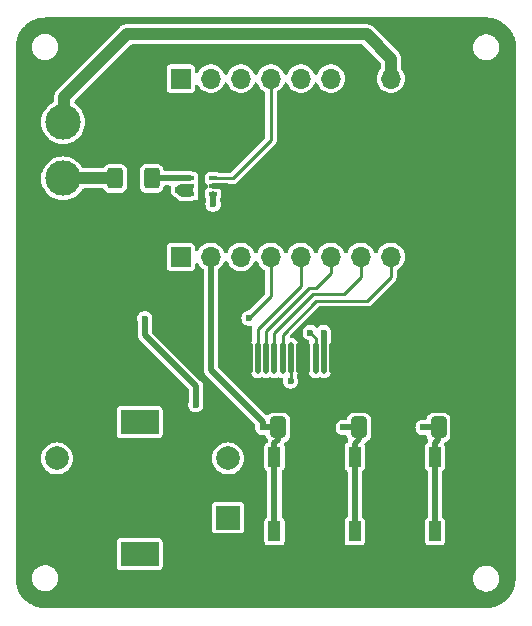
<source format=gbr>
%TF.GenerationSoftware,KiCad,Pcbnew,7.0.7*%
%TF.CreationDate,2024-01-07T22:57:32-05:00*%
%TF.ProjectId,ESP32-C3_hat,45535033-322d-4433-935f-6861742e6b69,rev?*%
%TF.SameCoordinates,Original*%
%TF.FileFunction,Copper,L1,Top*%
%TF.FilePolarity,Positive*%
%FSLAX46Y46*%
G04 Gerber Fmt 4.6, Leading zero omitted, Abs format (unit mm)*
G04 Created by KiCad (PCBNEW 7.0.7) date 2024-01-07 22:57:32*
%MOMM*%
%LPD*%
G01*
G04 APERTURE LIST*
G04 Aperture macros list*
%AMRoundRect*
0 Rectangle with rounded corners*
0 $1 Rounding radius*
0 $2 $3 $4 $5 $6 $7 $8 $9 X,Y pos of 4 corners*
0 Add a 4 corners polygon primitive as box body*
4,1,4,$2,$3,$4,$5,$6,$7,$8,$9,$2,$3,0*
0 Add four circle primitives for the rounded corners*
1,1,$1+$1,$2,$3*
1,1,$1+$1,$4,$5*
1,1,$1+$1,$6,$7*
1,1,$1+$1,$8,$9*
0 Add four rect primitives between the rounded corners*
20,1,$1+$1,$2,$3,$4,$5,0*
20,1,$1+$1,$4,$5,$6,$7,0*
20,1,$1+$1,$6,$7,$8,$9,0*
20,1,$1+$1,$8,$9,$2,$3,0*%
G04 Aperture macros list end*
%TA.AperFunction,SMDPad,CuDef*%
%ADD10R,0.650000X0.400000*%
%TD*%
%TA.AperFunction,SMDPad,CuDef*%
%ADD11R,1.000000X1.700000*%
%TD*%
%TA.AperFunction,ComponentPad*%
%ADD12C,3.000000*%
%TD*%
%TA.AperFunction,SMDPad,CuDef*%
%ADD13RoundRect,0.250000X-0.412500X-0.650000X0.412500X-0.650000X0.412500X0.650000X-0.412500X0.650000X0*%
%TD*%
%TA.AperFunction,SMDPad,CuDef*%
%ADD14RoundRect,0.250000X0.400000X0.625000X-0.400000X0.625000X-0.400000X-0.625000X0.400000X-0.625000X0*%
%TD*%
%TA.AperFunction,SMDPad,CuDef*%
%ADD15RoundRect,0.110875X0.110875X-1.214125X0.110875X1.214125X-0.110875X1.214125X-0.110875X-1.214125X0*%
%TD*%
%TA.AperFunction,ComponentPad*%
%ADD16C,2.000000*%
%TD*%
%TA.AperFunction,ComponentPad*%
%ADD17R,3.200000X2.000000*%
%TD*%
%TA.AperFunction,ComponentPad*%
%ADD18R,2.000000X2.000000*%
%TD*%
%TA.AperFunction,ComponentPad*%
%ADD19O,1.700000X1.700000*%
%TD*%
%TA.AperFunction,ComponentPad*%
%ADD20R,1.700000X1.700000*%
%TD*%
%TA.AperFunction,ViaPad*%
%ADD21C,0.600000*%
%TD*%
%TA.AperFunction,Conductor*%
%ADD22C,0.250000*%
%TD*%
%TA.AperFunction,Conductor*%
%ADD23C,0.500000*%
%TD*%
%TA.AperFunction,Conductor*%
%ADD24C,1.000000*%
%TD*%
G04 APERTURE END LIST*
D10*
%TO.P,U1,6,VCCB*%
%TO.N,+5V*%
X39776400Y-39908000D03*
%TO.P,U1,5,DIR*%
X39776400Y-39258000D03*
%TO.P,U1,4,B*%
%TO.N,Net-(U1-B)*%
X39776400Y-38608000D03*
%TO.P,U1,3,A*%
%TO.N,/Neo_In*%
X41676400Y-38608000D03*
%TO.P,U1,2,GND*%
%TO.N,GND*%
X41676400Y-39258000D03*
%TO.P,U1,1,VCCA*%
%TO.N,+3.3V*%
X41676400Y-39908000D03*
%TD*%
D11*
%TO.P,S3,1,COM_2*%
%TO.N,/BTN3*%
X60482400Y-68477200D03*
X60482400Y-62177200D03*
%TO.P,S3,2,NO_1*%
%TO.N,GND*%
X64282400Y-62177200D03*
X64282400Y-68477200D03*
%TD*%
%TO.P,S2,1,COM_1*%
%TO.N,/BTN2*%
X53695600Y-68478400D03*
X53695600Y-62178400D03*
%TO.P,S2,2,NO_2*%
%TO.N,GND*%
X57495600Y-62178400D03*
X57495600Y-68478400D03*
%TD*%
D12*
%TO.P,J5,1,Pin_1*%
%TO.N,GND*%
X29006800Y-43434000D03*
%TD*%
%TO.P,J4,1,Pin_1*%
%TO.N,+5V*%
X29006800Y-33832800D03*
%TD*%
%TO.P,J3,1,Pin_1*%
%TO.N,Net-(J3-Pin_1)*%
X29006800Y-38608000D03*
%TD*%
D13*
%TO.P,C4,1*%
%TO.N,/BTN1*%
X47205500Y-59690000D03*
%TO.P,C4,2*%
%TO.N,GND*%
X50330500Y-59690000D03*
%TD*%
%TO.P,C3,1*%
%TO.N,/BTN2*%
X54033100Y-59689600D03*
%TO.P,C3,2*%
%TO.N,GND*%
X57158100Y-59689600D03*
%TD*%
D14*
%TO.P,R3,2*%
%TO.N,Net-(J3-Pin_1)*%
X33400400Y-38608000D03*
%TO.P,R3,1*%
%TO.N,Net-(U1-B)*%
X36500400Y-38608000D03*
%TD*%
D15*
%TO.P,D1,12,GND*%
%TO.N,GND*%
X44785650Y-53797200D03*
%TO.P,D1,11,RST*%
%TO.N,/RST*%
X45485650Y-53797200D03*
%TO.P,D1,10,MOSI*%
%TO.N,/MOSI*%
X46182400Y-53797200D03*
%TO.P,D1,9,SCLK*%
%TO.N,/SCLK*%
X46885650Y-53797200D03*
%TO.P,D1,8,CS*%
%TO.N,/DRVR_ON*%
X47582400Y-53797200D03*
%TO.P,D1,7,D/C*%
%TO.N,/D{slash}C*%
X48285650Y-53797200D03*
%TO.P,D1,6,GND*%
%TO.N,GND*%
X48985650Y-53797200D03*
%TO.P,D1,5,GND*%
X49682400Y-53797200D03*
%TO.P,D1,4,VDD*%
%TO.N,+3.3V*%
X50385650Y-53797200D03*
%TO.P,D1,3,LEDA*%
%TO.N,Net-(D1-LEDA)*%
X51082400Y-53797200D03*
%TO.P,D1,2,LEDC*%
%TO.N,GND*%
X51785650Y-53797200D03*
%TO.P,D1,1,GND*%
X52482400Y-53797200D03*
%TD*%
D13*
%TO.P,C1,1*%
%TO.N,/BTN3*%
X60789500Y-59688800D03*
%TO.P,C1,2*%
%TO.N,GND*%
X63914500Y-59688800D03*
%TD*%
D11*
%TO.P,S1,1,COM_2*%
%TO.N,/BTN1*%
X46898400Y-68479200D03*
X46898400Y-62179200D03*
%TO.P,S1,2,NO_1*%
%TO.N,GND*%
X50698400Y-68479200D03*
X50698400Y-62179200D03*
%TD*%
D16*
%TO.P,SW1,S2,S2*%
%TO.N,GND*%
X28477250Y-67319600D03*
%TO.P,SW1,S1,S1*%
%TO.N,/SW1*%
X28477250Y-62319600D03*
D17*
%TO.P,SW1,MP*%
%TO.N,N/C*%
X35477250Y-59219600D03*
X35477250Y-70419600D03*
D16*
%TO.P,SW1,C,C*%
%TO.N,GND*%
X42977250Y-64819600D03*
%TO.P,SW1,B,B*%
%TO.N,/ENC1B*%
X42977250Y-62319600D03*
D18*
%TO.P,SW1,A,A*%
%TO.N,/ENC1A*%
X42977250Y-67319600D03*
%TD*%
D19*
%TO.P,J1,8,Pin_8*%
%TO.N,+5V*%
X56758450Y-30162400D03*
%TO.P,J1,7,Pin_7*%
%TO.N,GND*%
X54218450Y-30162400D03*
%TO.P,J1,6,Pin_6*%
%TO.N,+3.3V*%
X51678450Y-30162400D03*
%TO.P,J1,5,Pin_5*%
%TO.N,/BTN3*%
X49138450Y-30162400D03*
%TO.P,J1,4,Pin_4*%
%TO.N,/Neo_In*%
X46598450Y-30162400D03*
%TO.P,J1,3,Pin_3*%
%TO.N,/BTN2*%
X44058450Y-30162400D03*
%TO.P,J1,2,Pin_2*%
%TO.N,/ENC1B*%
X41518450Y-30162400D03*
D20*
%TO.P,J1,1,Pin_1*%
%TO.N,/ENC1A*%
X38978450Y-30162400D03*
%TD*%
D19*
%TO.P,J2,8,Pin_8*%
%TO.N,/DRVR_ON*%
X56758450Y-45261600D03*
%TO.P,J2,7,Pin_7*%
%TO.N,/SCLK*%
X54218450Y-45261600D03*
%TO.P,J2,6,Pin_6*%
%TO.N,/MOSI*%
X51678450Y-45261600D03*
%TO.P,J2,5,Pin_5*%
%TO.N,/RST*%
X49138450Y-45261600D03*
%TO.P,J2,4,Pin_4*%
%TO.N,/D{slash}C*%
X46598450Y-45261600D03*
%TO.P,J2,3,Pin_3*%
%TO.N,/TFT_ON*%
X44058450Y-45261600D03*
%TO.P,J2,2,Pin_2*%
%TO.N,/BTN1*%
X41518450Y-45261600D03*
D20*
%TO.P,J2,1,Pin_1*%
%TO.N,/SW1*%
X38978450Y-45261600D03*
%TD*%
D21*
%TO.N,+3.3V*%
X41706800Y-40792400D03*
%TO.N,/ENC1B*%
X40233600Y-57759600D03*
X35915600Y-50495200D03*
%TO.N,+5V*%
X38760400Y-39573200D03*
%TO.N,/BTN3*%
X59486800Y-59690000D03*
%TO.N,/BTN2*%
X52730400Y-59690000D03*
%TO.N,/BTN1*%
X45923200Y-59690000D03*
%TO.N,/D{slash}C*%
X44754800Y-50444400D03*
X48260000Y-55778400D03*
%TO.N,+3.3V*%
X49936400Y-51663600D03*
%TO.N,GND*%
X53949600Y-50698400D03*
X53949600Y-50038000D03*
%TO.N,Net-(D1-LEDA)*%
X51054000Y-51663600D03*
%TD*%
D22*
%TO.N,+3.3V*%
X50385650Y-52112850D02*
X49936400Y-51663600D01*
X50385650Y-53797200D02*
X50385650Y-52112850D01*
D23*
X41706800Y-39958000D02*
X41676400Y-39958000D01*
X41706800Y-40792400D02*
X41706800Y-39958000D01*
%TO.N,GND*%
X42915600Y-39258000D02*
X43383200Y-39725600D01*
X41676400Y-39258000D02*
X42915600Y-39258000D01*
%TO.N,/BTN1*%
X41518450Y-54828050D02*
X45923200Y-59232800D01*
X41518450Y-45261600D02*
X41518450Y-54828050D01*
X45923200Y-59232800D02*
X45923200Y-59690000D01*
%TO.N,/ENC1B*%
X40233600Y-56184800D02*
X40233600Y-57759600D01*
X35915600Y-50495200D02*
X35915600Y-51866800D01*
X35915600Y-51866800D02*
X40233600Y-56184800D01*
%TO.N,+5V*%
X39441600Y-39573200D02*
X39776400Y-39908000D01*
X38760400Y-39573200D02*
X39441600Y-39573200D01*
X39776400Y-39908000D02*
X39776400Y-39308000D01*
X39095200Y-39908000D02*
X38760400Y-39573200D01*
X39776400Y-39908000D02*
X39095200Y-39908000D01*
X39025600Y-39308000D02*
X39776400Y-39308000D01*
X38760400Y-39573200D02*
X39025600Y-39308000D01*
D24*
%TO.N,Net-(J3-Pin_1)*%
X33274000Y-38608000D02*
X29006800Y-38608000D01*
%TO.N,+5V*%
X29108400Y-33731200D02*
X29006800Y-33832800D01*
X29108400Y-31699200D02*
X29108400Y-33731200D01*
X56758450Y-30162400D02*
X56758450Y-28462850D01*
X56758450Y-28462850D02*
X54711600Y-26416000D01*
X54711600Y-26416000D02*
X34391600Y-26416000D01*
X34391600Y-26416000D02*
X29108400Y-31699200D01*
D22*
%TO.N,/Neo_In*%
X46598450Y-35392750D02*
X46598450Y-30162400D01*
X43383200Y-38608000D02*
X46598450Y-35392750D01*
X41676400Y-38608000D02*
X43383200Y-38608000D01*
D23*
%TO.N,Net-(U1-B)*%
X39776400Y-38608000D02*
X36374000Y-38608000D01*
%TO.N,/BTN1*%
X46898400Y-68479200D02*
X46898400Y-62179200D01*
%TO.N,/BTN2*%
X53695600Y-68478400D02*
X53695600Y-62178400D01*
%TO.N,/BTN3*%
X60482400Y-68477200D02*
X60482400Y-62177200D01*
X60482400Y-61031200D02*
X60482400Y-62177200D01*
X60756800Y-60756800D02*
X60482400Y-61031200D01*
X60789500Y-59688800D02*
X60756800Y-59721500D01*
X60756800Y-59721500D02*
X60756800Y-60756800D01*
%TO.N,/BTN2*%
X53695600Y-61061600D02*
X53695600Y-62178400D01*
X54051200Y-60706000D02*
X53695600Y-61061600D01*
X54051200Y-59707700D02*
X54051200Y-60706000D01*
X54033100Y-59689600D02*
X54051200Y-59707700D01*
%TO.N,/BTN1*%
X46898400Y-61051600D02*
X46898400Y-62179200D01*
X47205500Y-60744500D02*
X46898400Y-61051600D01*
X47205500Y-59690000D02*
X47205500Y-60744500D01*
X45923200Y-59690000D02*
X47205500Y-59690000D01*
%TO.N,/BTN2*%
X54032700Y-59690000D02*
X54033100Y-59689600D01*
X52730400Y-59690000D02*
X54032700Y-59690000D01*
%TO.N,/BTN3*%
X60788300Y-59690000D02*
X60789500Y-59688800D01*
X59486800Y-59690000D02*
X60788300Y-59690000D01*
D22*
%TO.N,/D{slash}C*%
X46598450Y-48600750D02*
X46598450Y-45261600D01*
X44754800Y-50444400D02*
X46598450Y-48600750D01*
X48285650Y-55752750D02*
X48260000Y-55778400D01*
X48285650Y-53797200D02*
X48285650Y-55752750D01*
%TO.N,/DRVR_ON*%
X50444400Y-48971200D02*
X54762400Y-48971200D01*
X54762400Y-48971200D02*
X56758450Y-46975150D01*
X47582400Y-51833200D02*
X50444400Y-48971200D01*
X56758450Y-46975150D02*
X56758450Y-45261600D01*
X47582400Y-53797200D02*
X47582400Y-51833200D01*
%TO.N,/SCLK*%
X50190400Y-48412400D02*
X52781200Y-48412400D01*
X54218450Y-46975150D02*
X54218450Y-45261600D01*
X46885650Y-53797200D02*
X46885650Y-51717150D01*
X46885650Y-51717150D02*
X50190400Y-48412400D01*
X52781200Y-48412400D02*
X54218450Y-46975150D01*
%TO.N,/MOSI*%
X50393600Y-47904400D02*
X51678450Y-46619550D01*
X49834800Y-47904400D02*
X50393600Y-47904400D01*
X46182400Y-51556800D02*
X49834800Y-47904400D01*
X51678450Y-46619550D02*
X51678450Y-45261600D01*
X46182400Y-53797200D02*
X46182400Y-51556800D01*
%TO.N,/RST*%
X45485650Y-51389950D02*
X45485650Y-53797200D01*
X49138450Y-47737150D02*
X45485650Y-51389950D01*
X49138450Y-45261600D02*
X49138450Y-47737150D01*
D23*
%TO.N,Net-(D1-LEDA)*%
X51082400Y-51692000D02*
X51082400Y-53797200D01*
X51054000Y-51663600D02*
X51082400Y-51692000D01*
%TD*%
%TA.AperFunction,Conductor*%
%TO.N,GND*%
G36*
X64822929Y-24975391D02*
G01*
X64933660Y-24981768D01*
X65115555Y-24993052D01*
X65123697Y-24994012D01*
X65260382Y-25017838D01*
X65414577Y-25046832D01*
X65421932Y-25048605D01*
X65560042Y-25089464D01*
X65705068Y-25135882D01*
X65711501Y-25138275D01*
X65846223Y-25195663D01*
X65982781Y-25258900D01*
X65988340Y-25261764D01*
X66048140Y-25295824D01*
X66116741Y-25334897D01*
X66243880Y-25414178D01*
X66248497Y-25417304D01*
X66366883Y-25504131D01*
X66369754Y-25506346D01*
X66484602Y-25599501D01*
X66488289Y-25602700D01*
X66596119Y-25702723D01*
X66599166Y-25705717D01*
X66701521Y-25812248D01*
X66704386Y-25815408D01*
X66799992Y-25927117D01*
X66803081Y-25930978D01*
X66891551Y-26049432D01*
X66893650Y-26052389D01*
X66932500Y-26110059D01*
X66975677Y-26174152D01*
X66978619Y-26178895D01*
X67034961Y-26277849D01*
X67052758Y-26309106D01*
X67120694Y-26440315D01*
X67123338Y-26445994D01*
X67151557Y-26513929D01*
X67180965Y-26584728D01*
X67181074Y-26584989D01*
X67233013Y-26721851D01*
X67235165Y-26728426D01*
X67245790Y-26766847D01*
X67275741Y-26875160D01*
X67311044Y-27014783D01*
X67312526Y-27022220D01*
X67335339Y-27177484D01*
X67353675Y-27314949D01*
X67354311Y-27323168D01*
X67358320Y-27505556D01*
X67360262Y-27616234D01*
X67360214Y-27620518D01*
X67358464Y-27664253D01*
X67360245Y-27678957D01*
X67320355Y-72429459D01*
X67320300Y-72429663D01*
X67320300Y-72489350D01*
X67320164Y-72493849D01*
X67314317Y-72590499D01*
X67300765Y-72797263D01*
X67299703Y-72805826D01*
X67274967Y-72940809D01*
X67241992Y-73106588D01*
X67240048Y-73114223D01*
X67196879Y-73252757D01*
X67144835Y-73406071D01*
X67142224Y-73412702D01*
X67081291Y-73548092D01*
X67010836Y-73690957D01*
X67007774Y-73696550D01*
X66930878Y-73823752D01*
X66929066Y-73826601D01*
X66842075Y-73956792D01*
X66838775Y-73961348D01*
X66746695Y-74078881D01*
X66744061Y-74082058D01*
X66641185Y-74199365D01*
X66637852Y-74202924D01*
X66532124Y-74308652D01*
X66528565Y-74311985D01*
X66411258Y-74414861D01*
X66408081Y-74417495D01*
X66290548Y-74509575D01*
X66285992Y-74512875D01*
X66155801Y-74599866D01*
X66152952Y-74601678D01*
X66025750Y-74678574D01*
X66020157Y-74681636D01*
X65877292Y-74752091D01*
X65741902Y-74813024D01*
X65735271Y-74815635D01*
X65581957Y-74867679D01*
X65443423Y-74910848D01*
X65435788Y-74912792D01*
X65270009Y-74945767D01*
X65135026Y-74970503D01*
X65126463Y-74971565D01*
X64919699Y-74985117D01*
X64827696Y-74990682D01*
X64823047Y-74990964D01*
X64818550Y-74991100D01*
X27485050Y-74991100D01*
X27480552Y-74990964D01*
X27475522Y-74990659D01*
X27383900Y-74985117D01*
X27177135Y-74971565D01*
X27168572Y-74970503D01*
X27033590Y-74945767D01*
X26867803Y-74912790D01*
X26860175Y-74910848D01*
X26721642Y-74867679D01*
X26568327Y-74815635D01*
X26561696Y-74813024D01*
X26426307Y-74752091D01*
X26283441Y-74681636D01*
X26277849Y-74678574D01*
X26150646Y-74601678D01*
X26147797Y-74599866D01*
X26017606Y-74512875D01*
X26013050Y-74509575D01*
X25895517Y-74417495D01*
X25892340Y-74414861D01*
X25775033Y-74311985D01*
X25771474Y-74308652D01*
X25665746Y-74202924D01*
X25662413Y-74199365D01*
X25559537Y-74082058D01*
X25556914Y-74078894D01*
X25464823Y-73961348D01*
X25461523Y-73956792D01*
X25374532Y-73826601D01*
X25372720Y-73823752D01*
X25295824Y-73696549D01*
X25292762Y-73690956D01*
X25244382Y-73592853D01*
X25222308Y-73548092D01*
X25161371Y-73412695D01*
X25158763Y-73406070D01*
X25106720Y-73252757D01*
X25100354Y-73232328D01*
X25063544Y-73114203D01*
X25061613Y-73106618D01*
X25028631Y-72940803D01*
X25003891Y-72805800D01*
X25002835Y-72797286D01*
X24989282Y-72590499D01*
X24983435Y-72493846D01*
X24983300Y-72489351D01*
X24983300Y-72457604D01*
X26377585Y-72457604D01*
X26396402Y-72660678D01*
X26396402Y-72660680D01*
X26396403Y-72660683D01*
X26406077Y-72694683D01*
X26452216Y-72856845D01*
X26452217Y-72856847D01*
X26452218Y-72856850D01*
X26495191Y-72943151D01*
X26543128Y-73039423D01*
X26610640Y-73128823D01*
X26666036Y-73202179D01*
X26769934Y-73296894D01*
X26816758Y-73339580D01*
X26816763Y-73339584D01*
X26990158Y-73446945D01*
X26990167Y-73446950D01*
X27000108Y-73450800D01*
X27021287Y-73459005D01*
X27024562Y-73460387D01*
X27024803Y-73460470D01*
X27024804Y-73460471D01*
X27025605Y-73460748D01*
X27027305Y-73461337D01*
X27041967Y-73467017D01*
X27180344Y-73520624D01*
X27212920Y-73526713D01*
X27216735Y-73527533D01*
X27222865Y-73529020D01*
X27222875Y-73529024D01*
X27231456Y-73530257D01*
X27233293Y-73530522D01*
X27293428Y-73541763D01*
X27380824Y-73558100D01*
X27380827Y-73558100D01*
X27414450Y-73558100D01*
X27423211Y-73558726D01*
X27423222Y-73558513D01*
X27427311Y-73558707D01*
X27428112Y-73558962D01*
X27444450Y-73558184D01*
X27447998Y-73558100D01*
X27584774Y-73558100D01*
X27584776Y-73558100D01*
X27621089Y-73551312D01*
X27628376Y-73551874D01*
X27653926Y-73548200D01*
X27693793Y-73546299D01*
X27728041Y-73531319D01*
X27785256Y-73520624D01*
X27818456Y-73507762D01*
X27827316Y-73506803D01*
X27830439Y-73505377D01*
X27857208Y-73496112D01*
X27894087Y-73487164D01*
X27923628Y-73467018D01*
X27975437Y-73446948D01*
X28005277Y-73428471D01*
X28016019Y-73425235D01*
X28022461Y-73420648D01*
X28047001Y-73406479D01*
X28079673Y-73391558D01*
X28103789Y-73367475D01*
X28148841Y-73339581D01*
X28174883Y-73315840D01*
X28186793Y-73309678D01*
X28194960Y-73301114D01*
X28216367Y-73282565D01*
X28243989Y-73262894D01*
X28262253Y-73236191D01*
X28299564Y-73202179D01*
X28321182Y-73173552D01*
X28333442Y-73163992D01*
X28341730Y-73151096D01*
X28359246Y-73128823D01*
X28381189Y-73105810D01*
X28393483Y-73077809D01*
X28422473Y-73039421D01*
X28438921Y-73006388D01*
X28450561Y-72993216D01*
X28457453Y-72976003D01*
X28470433Y-72950826D01*
X28486478Y-72925857D01*
X28492960Y-72897863D01*
X28513382Y-72856850D01*
X28523847Y-72820067D01*
X28533878Y-72803294D01*
X28537945Y-72782194D01*
X28545928Y-72755010D01*
X28556135Y-72729515D01*
X28557244Y-72702690D01*
X28569197Y-72660683D01*
X28576111Y-72586063D01*
X28577138Y-72578856D01*
X28587764Y-72523722D01*
X28584170Y-72499088D01*
X28584864Y-72491604D01*
X63715585Y-72491604D01*
X63734402Y-72694678D01*
X63790216Y-72890845D01*
X63790217Y-72890847D01*
X63790218Y-72890850D01*
X63824579Y-72959857D01*
X63881128Y-73073423D01*
X63939784Y-73151096D01*
X64004036Y-73236179D01*
X64112460Y-73335020D01*
X64154758Y-73373580D01*
X64154763Y-73373584D01*
X64328158Y-73480945D01*
X64328167Y-73480950D01*
X64338108Y-73484800D01*
X64359287Y-73493005D01*
X64362562Y-73494387D01*
X64362803Y-73494470D01*
X64362804Y-73494471D01*
X64363605Y-73494748D01*
X64365305Y-73495337D01*
X64367306Y-73496112D01*
X64518344Y-73554624D01*
X64550920Y-73560713D01*
X64554735Y-73561533D01*
X64560865Y-73563020D01*
X64560875Y-73563024D01*
X64569456Y-73564257D01*
X64571293Y-73564522D01*
X64655694Y-73580299D01*
X64718824Y-73592100D01*
X64718827Y-73592100D01*
X64752450Y-73592100D01*
X64761211Y-73592726D01*
X64761222Y-73592513D01*
X64765311Y-73592707D01*
X64766112Y-73592962D01*
X64782450Y-73592184D01*
X64785998Y-73592100D01*
X64922774Y-73592100D01*
X64922776Y-73592100D01*
X64959089Y-73585312D01*
X64966376Y-73585874D01*
X64991926Y-73582200D01*
X65031793Y-73580299D01*
X65066041Y-73565319D01*
X65123256Y-73554624D01*
X65156456Y-73541762D01*
X65165316Y-73540803D01*
X65168439Y-73539377D01*
X65195208Y-73530112D01*
X65232087Y-73521164D01*
X65261628Y-73501018D01*
X65313437Y-73480948D01*
X65343277Y-73462471D01*
X65354019Y-73459235D01*
X65360461Y-73454648D01*
X65385001Y-73440479D01*
X65417673Y-73425558D01*
X65441789Y-73401475D01*
X65486841Y-73373581D01*
X65512883Y-73349840D01*
X65524793Y-73343678D01*
X65532960Y-73335114D01*
X65554367Y-73316565D01*
X65581989Y-73296894D01*
X65600253Y-73270191D01*
X65637564Y-73236179D01*
X65659182Y-73207552D01*
X65671442Y-73197992D01*
X65679730Y-73185096D01*
X65697246Y-73162823D01*
X65719189Y-73139810D01*
X65731483Y-73111809D01*
X65760473Y-73073421D01*
X65776921Y-73040388D01*
X65788561Y-73027216D01*
X65795453Y-73010003D01*
X65808433Y-72984826D01*
X65824478Y-72959857D01*
X65830960Y-72931863D01*
X65851382Y-72890850D01*
X65861847Y-72854067D01*
X65871878Y-72837294D01*
X65875945Y-72816194D01*
X65883928Y-72789010D01*
X65894135Y-72763515D01*
X65895244Y-72736690D01*
X65907197Y-72694683D01*
X65914111Y-72620063D01*
X65915138Y-72612856D01*
X65925764Y-72557722D01*
X65922170Y-72533088D01*
X65926015Y-72491600D01*
X65922170Y-72450109D01*
X65926092Y-72427177D01*
X65915138Y-72370343D01*
X65914111Y-72363133D01*
X65907197Y-72288517D01*
X65895244Y-72246510D01*
X65894859Y-72221489D01*
X65883927Y-72194183D01*
X65875946Y-72167003D01*
X65872129Y-72147204D01*
X65861847Y-72129131D01*
X65851382Y-72092350D01*
X65851379Y-72092345D01*
X65851378Y-72092340D01*
X65830959Y-72051334D01*
X65825647Y-72025160D01*
X65808433Y-71998373D01*
X65795453Y-71973196D01*
X65788981Y-71957031D01*
X65776923Y-71942815D01*
X65760473Y-71909779D01*
X65731480Y-71871386D01*
X65720833Y-71845113D01*
X65697246Y-71820376D01*
X65679732Y-71798106D01*
X65671953Y-71786001D01*
X65659185Y-71775651D01*
X65637564Y-71747021D01*
X65600249Y-71713004D01*
X65584111Y-71687815D01*
X65554365Y-71666632D01*
X65532962Y-71648086D01*
X65525322Y-71640074D01*
X65512883Y-71633359D01*
X65486841Y-71609619D01*
X65486836Y-71609615D01*
X65441785Y-71581721D01*
X65420246Y-71558813D01*
X65384999Y-71542717D01*
X65360464Y-71528552D01*
X65354512Y-71524313D01*
X65343281Y-71520730D01*
X65313437Y-71502252D01*
X65313433Y-71502250D01*
X65313431Y-71502249D01*
X65261620Y-71482177D01*
X65235059Y-71462754D01*
X65195210Y-71453086D01*
X65168448Y-71443824D01*
X65165722Y-71442579D01*
X65156456Y-71441437D01*
X65123261Y-71428577D01*
X65123250Y-71428575D01*
X65112791Y-71426619D01*
X65066028Y-71417878D01*
X65035065Y-71403050D01*
X64991917Y-71400995D01*
X64966869Y-71397394D01*
X64959098Y-71397889D01*
X64922778Y-71391100D01*
X64922776Y-71391100D01*
X64785917Y-71391100D01*
X64782399Y-71391016D01*
X64768341Y-71390347D01*
X64768340Y-71390347D01*
X64766220Y-71390246D01*
X64765351Y-71390490D01*
X64761266Y-71390685D01*
X64761255Y-71390470D01*
X64752450Y-71391100D01*
X64718824Y-71391100D01*
X64718821Y-71391100D01*
X64718815Y-71391101D01*
X64571443Y-71418648D01*
X64560955Y-71420155D01*
X64554726Y-71421666D01*
X64550865Y-71422495D01*
X64518345Y-71428575D01*
X64365291Y-71487868D01*
X64362559Y-71488814D01*
X64359272Y-71490200D01*
X64328157Y-71502254D01*
X64154759Y-71609619D01*
X64154758Y-71609619D01*
X64004034Y-71747023D01*
X63881128Y-71909776D01*
X63790216Y-72092354D01*
X63734402Y-72288521D01*
X63715585Y-72491595D01*
X63715585Y-72491604D01*
X28584864Y-72491604D01*
X28588015Y-72457600D01*
X28584170Y-72416109D01*
X28588092Y-72393177D01*
X28577138Y-72336343D01*
X28576111Y-72329133D01*
X28569197Y-72254517D01*
X28557244Y-72212510D01*
X28556859Y-72187489D01*
X28545927Y-72160183D01*
X28537946Y-72133003D01*
X28534129Y-72113204D01*
X28523847Y-72095131D01*
X28513382Y-72058350D01*
X28513379Y-72058345D01*
X28513378Y-72058340D01*
X28492959Y-72017334D01*
X28487647Y-71991160D01*
X28470433Y-71964373D01*
X28457453Y-71939196D01*
X28450981Y-71923031D01*
X28438923Y-71908815D01*
X28422473Y-71875779D01*
X28393480Y-71837386D01*
X28382833Y-71811113D01*
X28359246Y-71786376D01*
X28341732Y-71764106D01*
X28333953Y-71752001D01*
X28321185Y-71741651D01*
X28299564Y-71713021D01*
X28299546Y-71713005D01*
X28262250Y-71679005D01*
X28246111Y-71653815D01*
X28216365Y-71632632D01*
X28194962Y-71614086D01*
X28187322Y-71606074D01*
X28174883Y-71599359D01*
X28148841Y-71575619D01*
X28148836Y-71575615D01*
X28103785Y-71547721D01*
X28082246Y-71524813D01*
X28046999Y-71508717D01*
X28022464Y-71494552D01*
X28016512Y-71490313D01*
X28005281Y-71486730D01*
X27975437Y-71468252D01*
X27975433Y-71468250D01*
X27975431Y-71468249D01*
X27935729Y-71452868D01*
X33526750Y-71452868D01*
X33536676Y-71520993D01*
X33536676Y-71520994D01*
X33588050Y-71626081D01*
X33670768Y-71708799D01*
X33775855Y-71760173D01*
X33843981Y-71770099D01*
X33843987Y-71770099D01*
X33843990Y-71770100D01*
X33843991Y-71770100D01*
X37110509Y-71770100D01*
X37110510Y-71770100D01*
X37110513Y-71770099D01*
X37110518Y-71770099D01*
X37178643Y-71760173D01*
X37178644Y-71760173D01*
X37283731Y-71708799D01*
X37283731Y-71708798D01*
X37283733Y-71708798D01*
X37366448Y-71626083D01*
X37376230Y-71606074D01*
X37417823Y-71520994D01*
X37417823Y-71520993D01*
X37427749Y-71452868D01*
X37427750Y-71452858D01*
X37427750Y-69386341D01*
X37427749Y-69386331D01*
X37417823Y-69318206D01*
X37417823Y-69318205D01*
X37366449Y-69213118D01*
X37283731Y-69130400D01*
X37178644Y-69079026D01*
X37110518Y-69069100D01*
X37110510Y-69069100D01*
X33843990Y-69069100D01*
X33843981Y-69069100D01*
X33775856Y-69079026D01*
X33775855Y-69079026D01*
X33670768Y-69130400D01*
X33588050Y-69213118D01*
X33536676Y-69318205D01*
X33536676Y-69318206D01*
X33526750Y-69386331D01*
X33526750Y-71452868D01*
X27935729Y-71452868D01*
X27923620Y-71448177D01*
X27897059Y-71428754D01*
X27857210Y-71419086D01*
X27830448Y-71409824D01*
X27827722Y-71408579D01*
X27818456Y-71407437D01*
X27785261Y-71394577D01*
X27785250Y-71394575D01*
X27774791Y-71392619D01*
X27728028Y-71383878D01*
X27697065Y-71369050D01*
X27653917Y-71366995D01*
X27628869Y-71363394D01*
X27621098Y-71363889D01*
X27584778Y-71357100D01*
X27584776Y-71357100D01*
X27447917Y-71357100D01*
X27444399Y-71357016D01*
X27430341Y-71356347D01*
X27430340Y-71356347D01*
X27428220Y-71356246D01*
X27427351Y-71356490D01*
X27423266Y-71356685D01*
X27423255Y-71356470D01*
X27414450Y-71357100D01*
X27380824Y-71357100D01*
X27380821Y-71357100D01*
X27380815Y-71357101D01*
X27233443Y-71384648D01*
X27222955Y-71386155D01*
X27216726Y-71387666D01*
X27212865Y-71388495D01*
X27180345Y-71394575D01*
X27027291Y-71453868D01*
X27024559Y-71454814D01*
X27021272Y-71456200D01*
X26990157Y-71468254D01*
X26816759Y-71575619D01*
X26816758Y-71575619D01*
X26753421Y-71633359D01*
X26670669Y-71708798D01*
X26666034Y-71713023D01*
X26543128Y-71875776D01*
X26452216Y-72058354D01*
X26396402Y-72254521D01*
X26377585Y-72457595D01*
X26377585Y-72457604D01*
X24983300Y-72457604D01*
X24983300Y-68352868D01*
X41626750Y-68352868D01*
X41636676Y-68420993D01*
X41636676Y-68420994D01*
X41688050Y-68526081D01*
X41770768Y-68608799D01*
X41875855Y-68660173D01*
X41943981Y-68670099D01*
X41943987Y-68670099D01*
X41943990Y-68670100D01*
X41943991Y-68670100D01*
X44010509Y-68670100D01*
X44010510Y-68670100D01*
X44010513Y-68670099D01*
X44010518Y-68670099D01*
X44078643Y-68660173D01*
X44078644Y-68660173D01*
X44183731Y-68608799D01*
X44183731Y-68608798D01*
X44183733Y-68608798D01*
X44266448Y-68526083D01*
X44317823Y-68420993D01*
X44327750Y-68352860D01*
X44327750Y-66286340D01*
X44317823Y-66218207D01*
X44317823Y-66218206D01*
X44317823Y-66218205D01*
X44266449Y-66113118D01*
X44183731Y-66030400D01*
X44078644Y-65979026D01*
X44010518Y-65969100D01*
X44010510Y-65969100D01*
X41943990Y-65969100D01*
X41943981Y-65969100D01*
X41875856Y-65979026D01*
X41875855Y-65979026D01*
X41770768Y-66030400D01*
X41688050Y-66113118D01*
X41636676Y-66218205D01*
X41636676Y-66218206D01*
X41626750Y-66286331D01*
X41626750Y-68352868D01*
X24983300Y-68352868D01*
X24983300Y-62319600D01*
X27121591Y-62319600D01*
X27142187Y-62555008D01*
X27203347Y-62783263D01*
X27303215Y-62997430D01*
X27438755Y-63191001D01*
X27605849Y-63358095D01*
X27799420Y-63493635D01*
X28013587Y-63593503D01*
X28241842Y-63654663D01*
X28477250Y-63675259D01*
X28712658Y-63654663D01*
X28940913Y-63593503D01*
X29155080Y-63493635D01*
X29348651Y-63358095D01*
X29515745Y-63191001D01*
X29651285Y-62997430D01*
X29751153Y-62783263D01*
X29812313Y-62555008D01*
X29832909Y-62319600D01*
X41621591Y-62319600D01*
X41642187Y-62555008D01*
X41703347Y-62783263D01*
X41803215Y-62997430D01*
X41938755Y-63191001D01*
X42105849Y-63358095D01*
X42299420Y-63493635D01*
X42513587Y-63593503D01*
X42741842Y-63654663D01*
X42977250Y-63675259D01*
X43212658Y-63654663D01*
X43440913Y-63593503D01*
X43655080Y-63493635D01*
X43848651Y-63358095D01*
X44015745Y-63191001D01*
X44151285Y-62997430D01*
X44251153Y-62783263D01*
X44312313Y-62555008D01*
X44332909Y-62319600D01*
X44312313Y-62084192D01*
X44251153Y-61855937D01*
X44151285Y-61641771D01*
X44015745Y-61448199D01*
X43848651Y-61281105D01*
X43655080Y-61145565D01*
X43440913Y-61045697D01*
X43440911Y-61045696D01*
X43212659Y-60984537D01*
X42977250Y-60963941D01*
X42741840Y-60984537D01*
X42513590Y-61045696D01*
X42513589Y-61045696D01*
X42513587Y-61045697D01*
X42299421Y-61145565D01*
X42299418Y-61145566D01*
X42299418Y-61145567D01*
X42105846Y-61281107D01*
X41938757Y-61448196D01*
X41938754Y-61448199D01*
X41938755Y-61448199D01*
X41803215Y-61641771D01*
X41703347Y-61855937D01*
X41703346Y-61855940D01*
X41642187Y-62084190D01*
X41642186Y-62084192D01*
X41642187Y-62084192D01*
X41621591Y-62319600D01*
X29832909Y-62319600D01*
X29812313Y-62084192D01*
X29751153Y-61855937D01*
X29651285Y-61641771D01*
X29515745Y-61448199D01*
X29348651Y-61281105D01*
X29155080Y-61145565D01*
X28940913Y-61045697D01*
X28940911Y-61045696D01*
X28712659Y-60984537D01*
X28477250Y-60963941D01*
X28241840Y-60984537D01*
X28013590Y-61045696D01*
X28013589Y-61045696D01*
X28013587Y-61045697D01*
X27799421Y-61145565D01*
X27799418Y-61145566D01*
X27799418Y-61145567D01*
X27605846Y-61281107D01*
X27438757Y-61448196D01*
X27438754Y-61448199D01*
X27438755Y-61448199D01*
X27303215Y-61641771D01*
X27203347Y-61855937D01*
X27203346Y-61855940D01*
X27142187Y-62084190D01*
X27142186Y-62084192D01*
X27142187Y-62084192D01*
X27121591Y-62319600D01*
X24983300Y-62319600D01*
X24983300Y-60252868D01*
X33526750Y-60252868D01*
X33536676Y-60320993D01*
X33536676Y-60320994D01*
X33588050Y-60426081D01*
X33670768Y-60508799D01*
X33775855Y-60560173D01*
X33843981Y-60570099D01*
X33843987Y-60570099D01*
X33843990Y-60570100D01*
X33843991Y-60570100D01*
X37110509Y-60570100D01*
X37110510Y-60570100D01*
X37110513Y-60570099D01*
X37110518Y-60570099D01*
X37178643Y-60560173D01*
X37178644Y-60560173D01*
X37283731Y-60508799D01*
X37283731Y-60508798D01*
X37283733Y-60508798D01*
X37366448Y-60426083D01*
X37366449Y-60426081D01*
X37417823Y-60320994D01*
X37417823Y-60320993D01*
X37427749Y-60252868D01*
X37427750Y-60252858D01*
X37427750Y-58186341D01*
X37427749Y-58186331D01*
X37417823Y-58118206D01*
X37417823Y-58118205D01*
X37366449Y-58013118D01*
X37283731Y-57930400D01*
X37178644Y-57879026D01*
X37110518Y-57869100D01*
X37110510Y-57869100D01*
X33843990Y-57869100D01*
X33843981Y-57869100D01*
X33775856Y-57879026D01*
X33775855Y-57879026D01*
X33670768Y-57930400D01*
X33588050Y-58013118D01*
X33536676Y-58118205D01*
X33536676Y-58118206D01*
X33526750Y-58186331D01*
X33526750Y-60252868D01*
X24983300Y-60252868D01*
X24983300Y-50495200D01*
X35260322Y-50495200D01*
X35279363Y-50652019D01*
X35305417Y-50720715D01*
X35315100Y-50773552D01*
X35315100Y-51822552D01*
X35314462Y-51832281D01*
X35311110Y-51857740D01*
X35309918Y-51866799D01*
X35309918Y-51866801D01*
X35315100Y-51906161D01*
X35330554Y-52023557D01*
X35391062Y-52169638D01*
X35391063Y-52169640D01*
X35391064Y-52169641D01*
X35487318Y-52295082D01*
X35487321Y-52295084D01*
X35514936Y-52316274D01*
X35522272Y-52322707D01*
X39589459Y-56389893D01*
X39628023Y-56456688D01*
X39633100Y-56495252D01*
X39633100Y-57481247D01*
X39623417Y-57534083D01*
X39597363Y-57602779D01*
X39578322Y-57759600D01*
X39597363Y-57916420D01*
X39653379Y-58064122D01*
X39737741Y-58186341D01*
X39743117Y-58194130D01*
X39861360Y-58298883D01*
X40001235Y-58372296D01*
X40154615Y-58410100D01*
X40154617Y-58410100D01*
X40312583Y-58410100D01*
X40312585Y-58410100D01*
X40465965Y-58372296D01*
X40605840Y-58298883D01*
X40724083Y-58194130D01*
X40813820Y-58064123D01*
X40869837Y-57916418D01*
X40888878Y-57759600D01*
X40869837Y-57602782D01*
X40843783Y-57534083D01*
X40834100Y-57481247D01*
X40834100Y-56229046D01*
X40834737Y-56219319D01*
X40839282Y-56184800D01*
X40825870Y-56082922D01*
X40818645Y-56028040D01*
X40758138Y-55881962D01*
X40758136Y-55881959D01*
X40737345Y-55854862D01*
X40661884Y-55756521D01*
X40661880Y-55756516D01*
X40634261Y-55735323D01*
X40626927Y-55728892D01*
X36559741Y-51661706D01*
X36521177Y-51594911D01*
X36516100Y-51556347D01*
X36516100Y-50773552D01*
X36525783Y-50720715D01*
X36551837Y-50652018D01*
X36570878Y-50495200D01*
X36551837Y-50338382D01*
X36495820Y-50190677D01*
X36406083Y-50060670D01*
X36287840Y-49955917D01*
X36287839Y-49955916D01*
X36147963Y-49882503D01*
X36070190Y-49863334D01*
X35994585Y-49844700D01*
X35836615Y-49844700D01*
X35775959Y-49859650D01*
X35683236Y-49882503D01*
X35543360Y-49955916D01*
X35425116Y-50060670D01*
X35335379Y-50190677D01*
X35279363Y-50338379D01*
X35260322Y-50495200D01*
X24983300Y-50495200D01*
X24983300Y-46144868D01*
X37777950Y-46144868D01*
X37787876Y-46212993D01*
X37787876Y-46212994D01*
X37839250Y-46318081D01*
X37921968Y-46400799D01*
X38027055Y-46452173D01*
X38095181Y-46462099D01*
X38095187Y-46462099D01*
X38095190Y-46462100D01*
X38095191Y-46462100D01*
X39861709Y-46462100D01*
X39861710Y-46462100D01*
X39861713Y-46462099D01*
X39861718Y-46462099D01*
X39929843Y-46452173D01*
X39929844Y-46452173D01*
X40034931Y-46400799D01*
X40034931Y-46400798D01*
X40034933Y-46400798D01*
X40117648Y-46318083D01*
X40121468Y-46310269D01*
X40169023Y-46212994D01*
X40169023Y-46212993D01*
X40178949Y-46144868D01*
X40178950Y-46144858D01*
X40178950Y-45898314D01*
X40198912Y-45823814D01*
X40253450Y-45769276D01*
X40327950Y-45749314D01*
X40402450Y-45769276D01*
X40456988Y-45823814D01*
X40461329Y-45831899D01*
X40493389Y-45896285D01*
X40493391Y-45896288D01*
X40493392Y-45896289D01*
X40627469Y-46073836D01*
X40791888Y-46223724D01*
X40847389Y-46258088D01*
X40900219Y-46314276D01*
X40917950Y-46384769D01*
X40917950Y-54783802D01*
X40917312Y-54793537D01*
X40912768Y-54828049D01*
X40912768Y-54828051D01*
X40917950Y-54867411D01*
X40933404Y-54984807D01*
X40993912Y-55130888D01*
X40993913Y-55130890D01*
X40993914Y-55130891D01*
X41090168Y-55256332D01*
X41090171Y-55256334D01*
X41117786Y-55277524D01*
X41125122Y-55283957D01*
X45245125Y-59403960D01*
X45283689Y-59470755D01*
X45287680Y-59527279D01*
X45267922Y-59689999D01*
X45286963Y-59846820D01*
X45342979Y-59994522D01*
X45342980Y-59994523D01*
X45432717Y-60124530D01*
X45550960Y-60229283D01*
X45690835Y-60302696D01*
X45844215Y-60340500D01*
X45844217Y-60340500D01*
X46002185Y-60340500D01*
X46019911Y-60336131D01*
X46097023Y-60337684D01*
X46163028Y-60377585D01*
X46200239Y-60445143D01*
X46203294Y-60461354D01*
X46207954Y-60496755D01*
X46207955Y-60496760D01*
X46268463Y-60642840D01*
X46313037Y-60700930D01*
X46342552Y-60772187D01*
X46332486Y-60848653D01*
X46321807Y-60874436D01*
X46313356Y-60894838D01*
X46311819Y-60906517D01*
X46311722Y-60907251D01*
X46282204Y-60978507D01*
X46229437Y-61021659D01*
X46191918Y-61040000D01*
X46109200Y-61122718D01*
X46057826Y-61227805D01*
X46057826Y-61227806D01*
X46047900Y-61295931D01*
X46047900Y-63062468D01*
X46057826Y-63130593D01*
X46057826Y-63130594D01*
X46109200Y-63235681D01*
X46109202Y-63235683D01*
X46191917Y-63318398D01*
X46214339Y-63329359D01*
X46272502Y-63380012D01*
X46297546Y-63452961D01*
X46297900Y-63463220D01*
X46297900Y-67195179D01*
X46277938Y-67269679D01*
X46223400Y-67324217D01*
X46214342Y-67329038D01*
X46191919Y-67339999D01*
X46109200Y-67422718D01*
X46057826Y-67527805D01*
X46057826Y-67527806D01*
X46047900Y-67595931D01*
X46047900Y-69362468D01*
X46057826Y-69430593D01*
X46057826Y-69430594D01*
X46109200Y-69535681D01*
X46191918Y-69618399D01*
X46297005Y-69669773D01*
X46365131Y-69679699D01*
X46365137Y-69679699D01*
X46365140Y-69679700D01*
X46365141Y-69679700D01*
X47431659Y-69679700D01*
X47431660Y-69679700D01*
X47431663Y-69679699D01*
X47431668Y-69679699D01*
X47499793Y-69669773D01*
X47499794Y-69669773D01*
X47604881Y-69618399D01*
X47604881Y-69618398D01*
X47604883Y-69618398D01*
X47687598Y-69535683D01*
X47738973Y-69430593D01*
X47748900Y-69362460D01*
X47748900Y-67595940D01*
X47748783Y-67595140D01*
X47738973Y-67527806D01*
X47738973Y-67527805D01*
X47687599Y-67422718D01*
X47604880Y-67339999D01*
X47582458Y-67329038D01*
X47524296Y-67278384D01*
X47499253Y-67205434D01*
X47498900Y-67195179D01*
X47498900Y-63463220D01*
X47518862Y-63388720D01*
X47573400Y-63334182D01*
X47582452Y-63329363D01*
X47604883Y-63318398D01*
X47687598Y-63235683D01*
X47738973Y-63130593D01*
X47748900Y-63062460D01*
X47748900Y-61295940D01*
X47748783Y-61295140D01*
X47738973Y-61227809D01*
X47738973Y-61227807D01*
X47721935Y-61192955D01*
X47707149Y-61117261D01*
X47726761Y-61053012D01*
X47730030Y-61047347D01*
X47730036Y-61047341D01*
X47758303Y-60979097D01*
X47805252Y-60917909D01*
X47838933Y-60898462D01*
X47920841Y-60864536D01*
X48046282Y-60768282D01*
X48142536Y-60642841D01*
X48203044Y-60496762D01*
X48203098Y-60496357D01*
X48218499Y-60379366D01*
X48218500Y-60379361D01*
X48218499Y-59690000D01*
X52075122Y-59690000D01*
X52094163Y-59846820D01*
X52150179Y-59994522D01*
X52150180Y-59994523D01*
X52239917Y-60124530D01*
X52358160Y-60229283D01*
X52498035Y-60302696D01*
X52651415Y-60340500D01*
X52651417Y-60340500D01*
X52809384Y-60340500D01*
X52809385Y-60340500D01*
X52846922Y-60331248D01*
X52924033Y-60332801D01*
X52990038Y-60372701D01*
X53027249Y-60440259D01*
X53030304Y-60456471D01*
X53035554Y-60496355D01*
X53035555Y-60496360D01*
X53096064Y-60642441D01*
X53096065Y-60642443D01*
X53123692Y-60678448D01*
X53153207Y-60749705D01*
X53143141Y-60826170D01*
X53113845Y-60896899D01*
X53110556Y-60904839D01*
X53110442Y-60905707D01*
X53110106Y-60906517D01*
X53108029Y-60914270D01*
X53107008Y-60913996D01*
X53080925Y-60976964D01*
X53028157Y-61020116D01*
X52989118Y-61039200D01*
X52906400Y-61121918D01*
X52855026Y-61227005D01*
X52855026Y-61227006D01*
X52845100Y-61295131D01*
X52845100Y-63061668D01*
X52855026Y-63129793D01*
X52855026Y-63129794D01*
X52906400Y-63234881D01*
X52906402Y-63234883D01*
X52989117Y-63317598D01*
X53011539Y-63328559D01*
X53069702Y-63379212D01*
X53094746Y-63452161D01*
X53095100Y-63462420D01*
X53095100Y-67194379D01*
X53075138Y-67268879D01*
X53020600Y-67323417D01*
X53011542Y-67328238D01*
X52989119Y-67339199D01*
X52906400Y-67421918D01*
X52855026Y-67527005D01*
X52855026Y-67527006D01*
X52845100Y-67595131D01*
X52845100Y-69361668D01*
X52855026Y-69429793D01*
X52855026Y-69429794D01*
X52906400Y-69534881D01*
X52989118Y-69617599D01*
X53094205Y-69668973D01*
X53162331Y-69678899D01*
X53162337Y-69678899D01*
X53162340Y-69678900D01*
X53162341Y-69678900D01*
X54228859Y-69678900D01*
X54228860Y-69678900D01*
X54228863Y-69678899D01*
X54228868Y-69678899D01*
X54296993Y-69668973D01*
X54296994Y-69668973D01*
X54402081Y-69617599D01*
X54402081Y-69617598D01*
X54402083Y-69617598D01*
X54484798Y-69534883D01*
X54485386Y-69533681D01*
X54536173Y-69429794D01*
X54536173Y-69429793D01*
X54546099Y-69361668D01*
X54546100Y-69361658D01*
X54546100Y-67595141D01*
X54546099Y-67595131D01*
X54536173Y-67527006D01*
X54536173Y-67527005D01*
X54484799Y-67421918D01*
X54402080Y-67339199D01*
X54379658Y-67328238D01*
X54321496Y-67277584D01*
X54296453Y-67204634D01*
X54296100Y-67194379D01*
X54296100Y-63462420D01*
X54316062Y-63387920D01*
X54370600Y-63333382D01*
X54379652Y-63328563D01*
X54402083Y-63317598D01*
X54484798Y-63234883D01*
X54506250Y-63191002D01*
X54536173Y-63129794D01*
X54536173Y-63129793D01*
X54546099Y-63061668D01*
X54546100Y-63061658D01*
X54546100Y-61295141D01*
X54546099Y-61295131D01*
X54536290Y-61227809D01*
X54536173Y-61227007D01*
X54526958Y-61208159D01*
X54512171Y-61132463D01*
X54537214Y-61059513D01*
X54542593Y-61052032D01*
X54575736Y-61008841D01*
X54588700Y-60977540D01*
X54635651Y-60916351D01*
X54669333Y-60896903D01*
X54748441Y-60864136D01*
X54873882Y-60767882D01*
X54970136Y-60642441D01*
X55030644Y-60496362D01*
X55030750Y-60495562D01*
X55039897Y-60426081D01*
X55046100Y-60378961D01*
X55046100Y-59690000D01*
X58831522Y-59690000D01*
X58850563Y-59846820D01*
X58906579Y-59994522D01*
X58906580Y-59994523D01*
X58996317Y-60124530D01*
X59114560Y-60229283D01*
X59254435Y-60302696D01*
X59407815Y-60340500D01*
X59407817Y-60340500D01*
X59565785Y-60340500D01*
X59603423Y-60331223D01*
X59680535Y-60332776D01*
X59746540Y-60372677D01*
X59783751Y-60440235D01*
X59786806Y-60456446D01*
X59791954Y-60495555D01*
X59791955Y-60495560D01*
X59852464Y-60641642D01*
X59891872Y-60693000D01*
X59921387Y-60764258D01*
X59911321Y-60840723D01*
X59897356Y-60874436D01*
X59897356Y-60874439D01*
X59893132Y-60906517D01*
X59863614Y-60977774D01*
X59810850Y-61020923D01*
X59775918Y-61038001D01*
X59775917Y-61038001D01*
X59693200Y-61120718D01*
X59641826Y-61225805D01*
X59641826Y-61225806D01*
X59631900Y-61293931D01*
X59631900Y-63060468D01*
X59641826Y-63128593D01*
X59641826Y-63128594D01*
X59693200Y-63233681D01*
X59693202Y-63233683D01*
X59775917Y-63316398D01*
X59798339Y-63327359D01*
X59856502Y-63378012D01*
X59881546Y-63450961D01*
X59881900Y-63461220D01*
X59881900Y-67193179D01*
X59861938Y-67267679D01*
X59807400Y-67322217D01*
X59798342Y-67327038D01*
X59775919Y-67337999D01*
X59693200Y-67420718D01*
X59641826Y-67525805D01*
X59641826Y-67525806D01*
X59631900Y-67593931D01*
X59631900Y-69360468D01*
X59641826Y-69428593D01*
X59641826Y-69428594D01*
X59693200Y-69533681D01*
X59775918Y-69616399D01*
X59881005Y-69667773D01*
X59949131Y-69677699D01*
X59949137Y-69677699D01*
X59949140Y-69677700D01*
X59949141Y-69677700D01*
X61015659Y-69677700D01*
X61015660Y-69677700D01*
X61015663Y-69677699D01*
X61015668Y-69677699D01*
X61083793Y-69667773D01*
X61083794Y-69667773D01*
X61188881Y-69616399D01*
X61188881Y-69616398D01*
X61188883Y-69616398D01*
X61271598Y-69533683D01*
X61321995Y-69430594D01*
X61322973Y-69428594D01*
X61322973Y-69428593D01*
X61332899Y-69360468D01*
X61332900Y-69360458D01*
X61332900Y-67593941D01*
X61332899Y-67593931D01*
X61322973Y-67525806D01*
X61322973Y-67525805D01*
X61271599Y-67420718D01*
X61188881Y-67338000D01*
X61166459Y-67327039D01*
X61108296Y-67276385D01*
X61083252Y-67203436D01*
X61082900Y-67193208D01*
X61082899Y-63461219D01*
X61102862Y-63386720D01*
X61157400Y-63332182D01*
X61166452Y-63327363D01*
X61188883Y-63316398D01*
X61271598Y-63233683D01*
X61271599Y-63233681D01*
X61322973Y-63128594D01*
X61322973Y-63128593D01*
X61332899Y-63060468D01*
X61332900Y-63060458D01*
X61332900Y-61293941D01*
X61332899Y-61293931D01*
X61322973Y-61225807D01*
X61292689Y-61163860D01*
X61277902Y-61088162D01*
X61288888Y-61041407D01*
X61309581Y-60991449D01*
X61356530Y-60930263D01*
X61390215Y-60910815D01*
X61501944Y-60864536D01*
X61504839Y-60863337D01*
X61504839Y-60863336D01*
X61504841Y-60863336D01*
X61630282Y-60767082D01*
X61726536Y-60641641D01*
X61787044Y-60495562D01*
X61802500Y-60378161D01*
X61802499Y-58999440D01*
X61787044Y-58882038D01*
X61726536Y-58735959D01*
X61630282Y-58610518D01*
X61505883Y-58515063D01*
X61504840Y-58514263D01*
X61424944Y-58481169D01*
X61358762Y-58453756D01*
X61358760Y-58453755D01*
X61358756Y-58453754D01*
X61358759Y-58453754D01*
X61241363Y-58438300D01*
X60337643Y-58438300D01*
X60220238Y-58453756D01*
X60074159Y-58514263D01*
X59948718Y-58610517D01*
X59948717Y-58610518D01*
X59852463Y-58735959D01*
X59791954Y-58882041D01*
X59786499Y-58923480D01*
X59756983Y-58994737D01*
X59695792Y-59041689D01*
X59619324Y-59051755D01*
X59603119Y-59048701D01*
X59565785Y-59039500D01*
X59407815Y-59039500D01*
X59357988Y-59051781D01*
X59254436Y-59077303D01*
X59114560Y-59150716D01*
X58996316Y-59255470D01*
X58906579Y-59385477D01*
X58850563Y-59533179D01*
X58831522Y-59690000D01*
X55046100Y-59690000D01*
X55046099Y-59000240D01*
X55030644Y-58882838D01*
X54970136Y-58736759D01*
X54873882Y-58611318D01*
X54872840Y-58610518D01*
X54748440Y-58515063D01*
X54668544Y-58481969D01*
X54602362Y-58454556D01*
X54602360Y-58454555D01*
X54602356Y-58454554D01*
X54602359Y-58454554D01*
X54484963Y-58439100D01*
X53581243Y-58439100D01*
X53463838Y-58454556D01*
X53317759Y-58515063D01*
X53192318Y-58611317D01*
X53192317Y-58611318D01*
X53096063Y-58736759D01*
X53035554Y-58882841D01*
X53030201Y-58923506D01*
X53000685Y-58994762D01*
X52939495Y-59041715D01*
X52863026Y-59051781D01*
X52846828Y-59048728D01*
X52809385Y-59039500D01*
X52651415Y-59039500D01*
X52601588Y-59051781D01*
X52498036Y-59077303D01*
X52358160Y-59150716D01*
X52239916Y-59255470D01*
X52150179Y-59385477D01*
X52094163Y-59533179D01*
X52075122Y-59690000D01*
X48218499Y-59690000D01*
X48218499Y-59000640D01*
X48203044Y-58883238D01*
X48142536Y-58737159D01*
X48046282Y-58611718D01*
X48045760Y-58611317D01*
X47920840Y-58515463D01*
X47840944Y-58482369D01*
X47774762Y-58454956D01*
X47774760Y-58454955D01*
X47774756Y-58454954D01*
X47774759Y-58454954D01*
X47657363Y-58439500D01*
X46753643Y-58439500D01*
X46636238Y-58454956D01*
X46490159Y-58515463D01*
X46364715Y-58611719D01*
X46363388Y-58613047D01*
X46361763Y-58613984D01*
X46356970Y-58617663D01*
X46356485Y-58617031D01*
X46296590Y-58651607D01*
X46219462Y-58651603D01*
X46152676Y-58613041D01*
X42162591Y-54622955D01*
X42124027Y-54556160D01*
X42118950Y-54517596D01*
X42118950Y-46384769D01*
X42138912Y-46310269D01*
X42189510Y-46258088D01*
X42245012Y-46223724D01*
X42409431Y-46073836D01*
X42543508Y-45896289D01*
X42642679Y-45697128D01*
X42645138Y-45688487D01*
X42684725Y-45622294D01*
X42752106Y-45584763D01*
X42829225Y-45585950D01*
X42895418Y-45625537D01*
X42931762Y-45688487D01*
X42934220Y-45697128D01*
X43033389Y-45896285D01*
X43033391Y-45896288D01*
X43033392Y-45896289D01*
X43167469Y-46073836D01*
X43331888Y-46223724D01*
X43521049Y-46340847D01*
X43521051Y-46340847D01*
X43521053Y-46340849D01*
X43521055Y-46340850D01*
X43710813Y-46414362D01*
X43728510Y-46421218D01*
X43947207Y-46462100D01*
X43947209Y-46462100D01*
X44169691Y-46462100D01*
X44169693Y-46462100D01*
X44388390Y-46421218D01*
X44564638Y-46352939D01*
X44595844Y-46340850D01*
X44595846Y-46340849D01*
X44595846Y-46340848D01*
X44595851Y-46340847D01*
X44785012Y-46223724D01*
X44949431Y-46073836D01*
X45083508Y-45896289D01*
X45182679Y-45697128D01*
X45185138Y-45688487D01*
X45224725Y-45622294D01*
X45292106Y-45584763D01*
X45369225Y-45585950D01*
X45435418Y-45625537D01*
X45471762Y-45688487D01*
X45474220Y-45697128D01*
X45573389Y-45896285D01*
X45573391Y-45896288D01*
X45573392Y-45896289D01*
X45707469Y-46073836D01*
X45871888Y-46223724D01*
X46052391Y-46335486D01*
X46105220Y-46391674D01*
X46122950Y-46462166D01*
X46122950Y-48342073D01*
X46102988Y-48416573D01*
X46079309Y-48447432D01*
X44776482Y-49750259D01*
X44709687Y-49788823D01*
X44684679Y-49792115D01*
X44684764Y-49792813D01*
X44675821Y-49793898D01*
X44522436Y-49831703D01*
X44382560Y-49905116D01*
X44264316Y-50009870D01*
X44174579Y-50139877D01*
X44118563Y-50287579D01*
X44099522Y-50444400D01*
X44118563Y-50601220D01*
X44174579Y-50748922D01*
X44174580Y-50748923D01*
X44264317Y-50878930D01*
X44382560Y-50983683D01*
X44522435Y-51057096D01*
X44675815Y-51094900D01*
X44675817Y-51094900D01*
X44833782Y-51094900D01*
X44833785Y-51094900D01*
X44840138Y-51093334D01*
X44917246Y-51094884D01*
X44983253Y-51134782D01*
X45020467Y-51202339D01*
X45018917Y-51279451D01*
X45016419Y-51287002D01*
X45016239Y-51287832D01*
X45012762Y-51336438D01*
X45012195Y-51341705D01*
X45010150Y-51355939D01*
X45010150Y-51355943D01*
X45010150Y-51370298D01*
X45009960Y-51375616D01*
X45006482Y-51424218D01*
X45006745Y-51425424D01*
X45010150Y-51457097D01*
X45010150Y-52251134D01*
X44990188Y-52325634D01*
X44981035Y-52339614D01*
X44962258Y-52365054D01*
X44916322Y-52496333D01*
X44913400Y-52527494D01*
X44913400Y-55066892D01*
X44913402Y-55066915D01*
X44916322Y-55098068D01*
X44916324Y-55098075D01*
X44962257Y-55229344D01*
X44962258Y-55229346D01*
X45010149Y-55294235D01*
X45044849Y-55341251D01*
X45044852Y-55341253D01*
X45156752Y-55423840D01*
X45156753Y-55423840D01*
X45156754Y-55423841D01*
X45288031Y-55469777D01*
X45319203Y-55472700D01*
X45652096Y-55472699D01*
X45683269Y-55469777D01*
X45784813Y-55434244D01*
X45861724Y-55428480D01*
X45883236Y-55434244D01*
X45984781Y-55469777D01*
X46015953Y-55472700D01*
X46348846Y-55472699D01*
X46380019Y-55469777D01*
X46484812Y-55433107D01*
X46561725Y-55427343D01*
X46583237Y-55433108D01*
X46688025Y-55469775D01*
X46688031Y-55469777D01*
X46719203Y-55472700D01*
X47052096Y-55472699D01*
X47083269Y-55469777D01*
X47184813Y-55434244D01*
X47261724Y-55428480D01*
X47283236Y-55434244D01*
X47384781Y-55469777D01*
X47415953Y-55472700D01*
X47473654Y-55472699D01*
X47548152Y-55492660D01*
X47602691Y-55547197D01*
X47622654Y-55621697D01*
X47621568Y-55639658D01*
X47604722Y-55778399D01*
X47623763Y-55935220D01*
X47679779Y-56082922D01*
X47750100Y-56184799D01*
X47769517Y-56212930D01*
X47887760Y-56317683D01*
X48027635Y-56391096D01*
X48181015Y-56428900D01*
X48181017Y-56428900D01*
X48338983Y-56428900D01*
X48338985Y-56428900D01*
X48492365Y-56391096D01*
X48632240Y-56317683D01*
X48750483Y-56212930D01*
X48840220Y-56082923D01*
X48896237Y-55935218D01*
X48915278Y-55778400D01*
X48896237Y-55621582D01*
X48840220Y-55473877D01*
X48798357Y-55413228D01*
X48772465Y-55340577D01*
X48786368Y-55264712D01*
X48801094Y-55240113D01*
X48809041Y-55229346D01*
X48854977Y-55098069D01*
X48857900Y-55066897D01*
X48857899Y-52527504D01*
X48854977Y-52496331D01*
X48854975Y-52496324D01*
X48809042Y-52365055D01*
X48809041Y-52365053D01*
X48726453Y-52253152D01*
X48726451Y-52253149D01*
X48723721Y-52251134D01*
X48614547Y-52170559D01*
X48553262Y-52149114D01*
X48483269Y-52124623D01*
X48483267Y-52124622D01*
X48483265Y-52124622D01*
X48452107Y-52121700D01*
X48326075Y-52121700D01*
X48251575Y-52101738D01*
X48197037Y-52047200D01*
X48177075Y-51972700D01*
X48197037Y-51898200D01*
X48220712Y-51867345D01*
X48424457Y-51663600D01*
X49281122Y-51663600D01*
X49300163Y-51820420D01*
X49356179Y-51968122D01*
X49410763Y-52047200D01*
X49445917Y-52098130D01*
X49564160Y-52202883D01*
X49704035Y-52276296D01*
X49715077Y-52279017D01*
X49719184Y-52280030D01*
X49786743Y-52317241D01*
X49826645Y-52383245D01*
X49828199Y-52460357D01*
X49824168Y-52473909D01*
X49816322Y-52496332D01*
X49813400Y-52527494D01*
X49813400Y-55066892D01*
X49813402Y-55066915D01*
X49816322Y-55098068D01*
X49816324Y-55098075D01*
X49862257Y-55229344D01*
X49862258Y-55229346D01*
X49910149Y-55294235D01*
X49944849Y-55341251D01*
X49944852Y-55341253D01*
X50056752Y-55423840D01*
X50056753Y-55423840D01*
X50056754Y-55423841D01*
X50188031Y-55469777D01*
X50219203Y-55472700D01*
X50552096Y-55472699D01*
X50583269Y-55469777D01*
X50684813Y-55434244D01*
X50761724Y-55428480D01*
X50783236Y-55434244D01*
X50884781Y-55469777D01*
X50915953Y-55472700D01*
X51248846Y-55472699D01*
X51280019Y-55469777D01*
X51280025Y-55469775D01*
X51411294Y-55423842D01*
X51411296Y-55423841D01*
X51434025Y-55407066D01*
X51523201Y-55341251D01*
X51605791Y-55229346D01*
X51651727Y-55098069D01*
X51654650Y-55066897D01*
X51654649Y-54014489D01*
X51665992Y-53957467D01*
X51667444Y-53953962D01*
X51682900Y-53836561D01*
X51682900Y-51867067D01*
X51689770Y-51829584D01*
X51688080Y-51829168D01*
X51690233Y-51820427D01*
X51690237Y-51820418D01*
X51709278Y-51663600D01*
X51690237Y-51506782D01*
X51665318Y-51441077D01*
X51634220Y-51359077D01*
X51544483Y-51229070D01*
X51426239Y-51124316D01*
X51286363Y-51050903D01*
X51208590Y-51031734D01*
X51132985Y-51013100D01*
X50975015Y-51013100D01*
X50919045Y-51026895D01*
X50821636Y-51050903D01*
X50681757Y-51124318D01*
X50594004Y-51202060D01*
X50525002Y-51236520D01*
X50448015Y-51231862D01*
X50396396Y-51202060D01*
X50308641Y-51124318D01*
X50308642Y-51124318D01*
X50168763Y-51050903D01*
X50090990Y-51031734D01*
X50015385Y-51013100D01*
X49857415Y-51013100D01*
X49801445Y-51026895D01*
X49704036Y-51050903D01*
X49564160Y-51124316D01*
X49445916Y-51229070D01*
X49356179Y-51359077D01*
X49300163Y-51506779D01*
X49281122Y-51663600D01*
X48424457Y-51663600D01*
X50597717Y-49490341D01*
X50664513Y-49451777D01*
X50703077Y-49446700D01*
X54695252Y-49446700D01*
X54726923Y-49450105D01*
X54728129Y-49450367D01*
X54776740Y-49446889D01*
X54782051Y-49446700D01*
X54796411Y-49446700D01*
X54810657Y-49444651D01*
X54815875Y-49444089D01*
X54864515Y-49440611D01*
X54865657Y-49440184D01*
X54896532Y-49432304D01*
X54897742Y-49432131D01*
X54942053Y-49411894D01*
X54946970Y-49409857D01*
X54959725Y-49405099D01*
X54992626Y-49392829D01*
X54993610Y-49392091D01*
X55021005Y-49375838D01*
X55022118Y-49375330D01*
X55058961Y-49343404D01*
X55063071Y-49340093D01*
X55074580Y-49331479D01*
X55084744Y-49321313D01*
X55088605Y-49317718D01*
X55125455Y-49285789D01*
X55126116Y-49284759D01*
X55146103Y-49259954D01*
X57047204Y-47358853D01*
X57072009Y-47338866D01*
X57073039Y-47338205D01*
X57104968Y-47301355D01*
X57108563Y-47297494D01*
X57118729Y-47287330D01*
X57127343Y-47275821D01*
X57130654Y-47271711D01*
X57162580Y-47234868D01*
X57163088Y-47233755D01*
X57179341Y-47206360D01*
X57180079Y-47205376D01*
X57192349Y-47172475D01*
X57197107Y-47159720D01*
X57199144Y-47154803D01*
X57202726Y-47146957D01*
X57219381Y-47110492D01*
X57219554Y-47109282D01*
X57227434Y-47078407D01*
X57227861Y-47077265D01*
X57231339Y-47028625D01*
X57231901Y-47023407D01*
X57233950Y-47009161D01*
X57233950Y-46994791D01*
X57234140Y-46989482D01*
X57234633Y-46982599D01*
X57237617Y-46940879D01*
X57237355Y-46939676D01*
X57233950Y-46908009D01*
X57233949Y-46462166D01*
X57253911Y-46387667D01*
X57304508Y-46335486D01*
X57485012Y-46223724D01*
X57649431Y-46073836D01*
X57783508Y-45896289D01*
X57882679Y-45697128D01*
X57943565Y-45483136D01*
X57964093Y-45261600D01*
X57943565Y-45040064D01*
X57882679Y-44826072D01*
X57856552Y-44773602D01*
X57783510Y-44626914D01*
X57649430Y-44449363D01*
X57485013Y-44299477D01*
X57485012Y-44299476D01*
X57295851Y-44182353D01*
X57295850Y-44182352D01*
X57295846Y-44182350D01*
X57295844Y-44182349D01*
X57088394Y-44101983D01*
X57088391Y-44101982D01*
X57088390Y-44101982D01*
X57033224Y-44091669D01*
X56869697Y-44061100D01*
X56869693Y-44061100D01*
X56647207Y-44061100D01*
X56647202Y-44061100D01*
X56428505Y-44101983D01*
X56221055Y-44182349D01*
X56221053Y-44182350D01*
X56031886Y-44299477D01*
X55867469Y-44449363D01*
X55733389Y-44626914D01*
X55634221Y-44826069D01*
X55631762Y-44834714D01*
X55592173Y-44900907D01*
X55524792Y-44938437D01*
X55447673Y-44937249D01*
X55381480Y-44897660D01*
X55345138Y-44834714D01*
X55342678Y-44826069D01*
X55243510Y-44626914D01*
X55109430Y-44449363D01*
X54945013Y-44299477D01*
X54945012Y-44299476D01*
X54755851Y-44182353D01*
X54755850Y-44182352D01*
X54755846Y-44182350D01*
X54755844Y-44182349D01*
X54548394Y-44101983D01*
X54548391Y-44101982D01*
X54548390Y-44101982D01*
X54493225Y-44091669D01*
X54329697Y-44061100D01*
X54329693Y-44061100D01*
X54107207Y-44061100D01*
X54107202Y-44061100D01*
X53888505Y-44101983D01*
X53681055Y-44182349D01*
X53681053Y-44182350D01*
X53491886Y-44299477D01*
X53327469Y-44449363D01*
X53193389Y-44626914D01*
X53094221Y-44826069D01*
X53091762Y-44834714D01*
X53052173Y-44900907D01*
X52984792Y-44938437D01*
X52907673Y-44937249D01*
X52841480Y-44897660D01*
X52805138Y-44834714D01*
X52802678Y-44826069D01*
X52703510Y-44626914D01*
X52569430Y-44449363D01*
X52405013Y-44299477D01*
X52405012Y-44299476D01*
X52215851Y-44182353D01*
X52215850Y-44182352D01*
X52215846Y-44182350D01*
X52215844Y-44182349D01*
X52008394Y-44101983D01*
X52008391Y-44101982D01*
X52008390Y-44101982D01*
X51953225Y-44091669D01*
X51789697Y-44061100D01*
X51789693Y-44061100D01*
X51567207Y-44061100D01*
X51567202Y-44061100D01*
X51348505Y-44101983D01*
X51141055Y-44182349D01*
X51141053Y-44182350D01*
X50951886Y-44299477D01*
X50787469Y-44449363D01*
X50653389Y-44626914D01*
X50554221Y-44826069D01*
X50551762Y-44834714D01*
X50512173Y-44900907D01*
X50444792Y-44938437D01*
X50367673Y-44937249D01*
X50301480Y-44897660D01*
X50265138Y-44834714D01*
X50262678Y-44826069D01*
X50163510Y-44626914D01*
X50029430Y-44449363D01*
X49865013Y-44299477D01*
X49865012Y-44299476D01*
X49675851Y-44182353D01*
X49675850Y-44182352D01*
X49675846Y-44182350D01*
X49675844Y-44182349D01*
X49468394Y-44101983D01*
X49468391Y-44101982D01*
X49468390Y-44101982D01*
X49413224Y-44091669D01*
X49249697Y-44061100D01*
X49249693Y-44061100D01*
X49027207Y-44061100D01*
X49027202Y-44061100D01*
X48808505Y-44101983D01*
X48601055Y-44182349D01*
X48601053Y-44182350D01*
X48411886Y-44299477D01*
X48247469Y-44449363D01*
X48113389Y-44626914D01*
X48014221Y-44826069D01*
X48011762Y-44834714D01*
X47972173Y-44900907D01*
X47904792Y-44938437D01*
X47827673Y-44937249D01*
X47761480Y-44897660D01*
X47725138Y-44834714D01*
X47722678Y-44826069D01*
X47623510Y-44626914D01*
X47489430Y-44449363D01*
X47325013Y-44299477D01*
X47325012Y-44299476D01*
X47135851Y-44182353D01*
X47135850Y-44182352D01*
X47135846Y-44182350D01*
X47135844Y-44182349D01*
X46928394Y-44101983D01*
X46928391Y-44101982D01*
X46928390Y-44101982D01*
X46873224Y-44091669D01*
X46709697Y-44061100D01*
X46709693Y-44061100D01*
X46487207Y-44061100D01*
X46487202Y-44061100D01*
X46268505Y-44101983D01*
X46061055Y-44182349D01*
X46061053Y-44182350D01*
X45871886Y-44299477D01*
X45707469Y-44449363D01*
X45573389Y-44626914D01*
X45474221Y-44826069D01*
X45471762Y-44834714D01*
X45432173Y-44900907D01*
X45364792Y-44938437D01*
X45287673Y-44937249D01*
X45221480Y-44897660D01*
X45185138Y-44834714D01*
X45182678Y-44826069D01*
X45083510Y-44626914D01*
X44949430Y-44449363D01*
X44785013Y-44299477D01*
X44785012Y-44299476D01*
X44595851Y-44182353D01*
X44595850Y-44182352D01*
X44595846Y-44182350D01*
X44595844Y-44182349D01*
X44388394Y-44101983D01*
X44388391Y-44101982D01*
X44388390Y-44101982D01*
X44333224Y-44091669D01*
X44169697Y-44061100D01*
X44169693Y-44061100D01*
X43947207Y-44061100D01*
X43947202Y-44061100D01*
X43728505Y-44101983D01*
X43521055Y-44182349D01*
X43521053Y-44182350D01*
X43331886Y-44299477D01*
X43167469Y-44449363D01*
X43033389Y-44626914D01*
X42934221Y-44826069D01*
X42931762Y-44834714D01*
X42892173Y-44900907D01*
X42824792Y-44938437D01*
X42747673Y-44937249D01*
X42681480Y-44897660D01*
X42645138Y-44834714D01*
X42642678Y-44826069D01*
X42543510Y-44626914D01*
X42409430Y-44449363D01*
X42245013Y-44299477D01*
X42245012Y-44299476D01*
X42055851Y-44182353D01*
X42055850Y-44182352D01*
X42055846Y-44182350D01*
X42055844Y-44182349D01*
X41848394Y-44101983D01*
X41848391Y-44101982D01*
X41848390Y-44101982D01*
X41793225Y-44091669D01*
X41629697Y-44061100D01*
X41629693Y-44061100D01*
X41407207Y-44061100D01*
X41407202Y-44061100D01*
X41188505Y-44101983D01*
X40981055Y-44182349D01*
X40981053Y-44182350D01*
X40791886Y-44299477D01*
X40627469Y-44449363D01*
X40493389Y-44626914D01*
X40461329Y-44691300D01*
X40410252Y-44749092D01*
X40337122Y-44773602D01*
X40261535Y-44758264D01*
X40203743Y-44707187D01*
X40179233Y-44634057D01*
X40178950Y-44624885D01*
X40178950Y-44378341D01*
X40178949Y-44378331D01*
X40169023Y-44310206D01*
X40169023Y-44310205D01*
X40117649Y-44205118D01*
X40034931Y-44122400D01*
X39929844Y-44071026D01*
X39861718Y-44061100D01*
X39861710Y-44061100D01*
X38095190Y-44061100D01*
X38095181Y-44061100D01*
X38027056Y-44071026D01*
X38027055Y-44071026D01*
X37921968Y-44122400D01*
X37839250Y-44205118D01*
X37787876Y-44310205D01*
X37787876Y-44310206D01*
X37777950Y-44378331D01*
X37777950Y-46144868D01*
X24983300Y-46144868D01*
X24983300Y-38608005D01*
X27151573Y-38608005D01*
X27170455Y-38872012D01*
X27170457Y-38872028D01*
X27226721Y-39130672D01*
X27226722Y-39130676D01*
X27226723Y-39130678D01*
X27319226Y-39378689D01*
X27350940Y-39436769D01*
X27446081Y-39611008D01*
X27535171Y-39730018D01*
X27604713Y-39822915D01*
X27791885Y-40010087D01*
X27918646Y-40104979D01*
X28003791Y-40168718D01*
X28119949Y-40232145D01*
X28236111Y-40295574D01*
X28484122Y-40388077D01*
X28742774Y-40444343D01*
X28742785Y-40444343D01*
X28742787Y-40444344D01*
X29006795Y-40463227D01*
X29006800Y-40463227D01*
X29006805Y-40463227D01*
X29270812Y-40444344D01*
X29270811Y-40444344D01*
X29270826Y-40444343D01*
X29529478Y-40388077D01*
X29777489Y-40295574D01*
X29986793Y-40181285D01*
X30009808Y-40168718D01*
X30046477Y-40141268D01*
X30221715Y-40010087D01*
X30408887Y-39822915D01*
X30567516Y-39611011D01*
X30608425Y-39536091D01*
X30661651Y-39480271D01*
X30735655Y-39458542D01*
X30739200Y-39458500D01*
X32345185Y-39458500D01*
X32419685Y-39478462D01*
X32469578Y-39528354D01*
X32469919Y-39528094D01*
X32471901Y-39530677D01*
X32474220Y-39532996D01*
X32475860Y-39535836D01*
X32533543Y-39611011D01*
X32572118Y-39661282D01*
X32697559Y-39757536D01*
X32843638Y-39818044D01*
X32843641Y-39818044D01*
X32843643Y-39818045D01*
X32843640Y-39818045D01*
X32908097Y-39826530D01*
X32961039Y-39833500D01*
X33839760Y-39833499D01*
X33957162Y-39818044D01*
X34103241Y-39757536D01*
X34228682Y-39661282D01*
X34324936Y-39535841D01*
X34385444Y-39389762D01*
X34388385Y-39367427D01*
X34400899Y-39272366D01*
X34400900Y-39272361D01*
X34400900Y-39272356D01*
X35499900Y-39272356D01*
X35506625Y-39323441D01*
X35515356Y-39389762D01*
X35527385Y-39418802D01*
X35575863Y-39535840D01*
X35633542Y-39611008D01*
X35672118Y-39661282D01*
X35797559Y-39757536D01*
X35943638Y-39818044D01*
X35943641Y-39818044D01*
X35943643Y-39818045D01*
X35943640Y-39818045D01*
X36008097Y-39826530D01*
X36061039Y-39833500D01*
X36939760Y-39833499D01*
X37057162Y-39818044D01*
X37203241Y-39757536D01*
X37328682Y-39661282D01*
X37424936Y-39535841D01*
X37485444Y-39389762D01*
X37485445Y-39389757D01*
X37492252Y-39338053D01*
X37521767Y-39266796D01*
X37582956Y-39219842D01*
X37639977Y-39208500D01*
X37987139Y-39208500D01*
X38061639Y-39228462D01*
X38116177Y-39283000D01*
X38136139Y-39357500D01*
X38126456Y-39410337D01*
X38124163Y-39416381D01*
X38105122Y-39573200D01*
X38124163Y-39730020D01*
X38180179Y-39877722D01*
X38180180Y-39877723D01*
X38269917Y-40007730D01*
X38388160Y-40112483D01*
X38499171Y-40170747D01*
X38535284Y-40197319D01*
X38639292Y-40301327D01*
X38645723Y-40308661D01*
X38666916Y-40336280D01*
X38666920Y-40336284D01*
X38726154Y-40381735D01*
X38772906Y-40417609D01*
X38792359Y-40432536D01*
X38792362Y-40432537D01*
X38792363Y-40432538D01*
X38792362Y-40432538D01*
X38938440Y-40493045D01*
X39095197Y-40513682D01*
X39095200Y-40513682D01*
X39095201Y-40513682D01*
X39103975Y-40512526D01*
X39129717Y-40509137D01*
X39139447Y-40508500D01*
X39732153Y-40508500D01*
X39741882Y-40509137D01*
X39767624Y-40512526D01*
X39776399Y-40513682D01*
X39776400Y-40513682D01*
X39776403Y-40513682D01*
X39933159Y-40493045D01*
X39933161Y-40493044D01*
X39933162Y-40493044D01*
X39956578Y-40483344D01*
X39989177Y-40469842D01*
X40046196Y-40458500D01*
X40134659Y-40458500D01*
X40134660Y-40458500D01*
X40134663Y-40458499D01*
X40134668Y-40458499D01*
X40202793Y-40448573D01*
X40202794Y-40448573D01*
X40307881Y-40397199D01*
X40307881Y-40397198D01*
X40307883Y-40397198D01*
X40390598Y-40314483D01*
X40407300Y-40280318D01*
X40441973Y-40209394D01*
X40441973Y-40209393D01*
X40451899Y-40141268D01*
X40451900Y-40141258D01*
X40451900Y-39674741D01*
X40451899Y-39674736D01*
X40441973Y-39606607D01*
X40441971Y-39606604D01*
X40441663Y-39604485D01*
X40441663Y-39561515D01*
X40441971Y-39559395D01*
X40441973Y-39559393D01*
X40451900Y-39491260D01*
X40451900Y-39024740D01*
X40441973Y-38956607D01*
X40441972Y-38956605D01*
X40441663Y-38954483D01*
X40441663Y-38911514D01*
X40441971Y-38909395D01*
X40441973Y-38909393D01*
X40451900Y-38841260D01*
X40451900Y-38374740D01*
X40447419Y-38343987D01*
X40441973Y-38306606D01*
X40441973Y-38306605D01*
X40390599Y-38201518D01*
X40307881Y-38118800D01*
X40202794Y-38067426D01*
X40134668Y-38057500D01*
X40134660Y-38057500D01*
X40046196Y-38057500D01*
X39989177Y-38046158D01*
X39933159Y-38022954D01*
X39815766Y-38007500D01*
X39815761Y-38007500D01*
X37639977Y-38007500D01*
X37565477Y-37987538D01*
X37510939Y-37933000D01*
X37492252Y-37877947D01*
X37485445Y-37826244D01*
X37485444Y-37826239D01*
X37424936Y-37680159D01*
X37328682Y-37554718D01*
X37328681Y-37554717D01*
X37203240Y-37458463D01*
X37123344Y-37425369D01*
X37057162Y-37397956D01*
X37057160Y-37397955D01*
X37057156Y-37397954D01*
X37057159Y-37397954D01*
X36939763Y-37382500D01*
X36061043Y-37382500D01*
X35943638Y-37397956D01*
X35797559Y-37458463D01*
X35672118Y-37554717D01*
X35672117Y-37554718D01*
X35575863Y-37680159D01*
X35515354Y-37826242D01*
X35499900Y-37943633D01*
X35499900Y-39272356D01*
X34400900Y-39272356D01*
X34400899Y-37943640D01*
X34385444Y-37826238D01*
X34324936Y-37680159D01*
X34228682Y-37554718D01*
X34103241Y-37458464D01*
X34103240Y-37458463D01*
X34023344Y-37425369D01*
X33957162Y-37397956D01*
X33957160Y-37397955D01*
X33957156Y-37397954D01*
X33957159Y-37397954D01*
X33839763Y-37382500D01*
X32961043Y-37382500D01*
X32843638Y-37397956D01*
X32697559Y-37458463D01*
X32572118Y-37554717D01*
X32572116Y-37554719D01*
X32475860Y-37680163D01*
X32474220Y-37683004D01*
X32471901Y-37685322D01*
X32469919Y-37687906D01*
X32469578Y-37687644D01*
X32419681Y-37737540D01*
X32345185Y-37757500D01*
X30739200Y-37757500D01*
X30664700Y-37737538D01*
X30610162Y-37683000D01*
X30608426Y-37679909D01*
X30567516Y-37604989D01*
X30529883Y-37554717D01*
X30408887Y-37393085D01*
X30221715Y-37205913D01*
X30137524Y-37142888D01*
X30009808Y-37047281D01*
X29835569Y-36952140D01*
X29777489Y-36920426D01*
X29529478Y-36827923D01*
X29529476Y-36827922D01*
X29529472Y-36827921D01*
X29270828Y-36771657D01*
X29270812Y-36771655D01*
X29006805Y-36752773D01*
X29006795Y-36752773D01*
X28742787Y-36771655D01*
X28742771Y-36771657D01*
X28484127Y-36827921D01*
X28484121Y-36827923D01*
X28484122Y-36827923D01*
X28236111Y-36920426D01*
X28236109Y-36920426D01*
X28236109Y-36920427D01*
X28003791Y-37047281D01*
X27791886Y-37205912D01*
X27791884Y-37205913D01*
X27604713Y-37393084D01*
X27604712Y-37393086D01*
X27446081Y-37604991D01*
X27362806Y-37757500D01*
X27319226Y-37837311D01*
X27279566Y-37943643D01*
X27226721Y-38085327D01*
X27170457Y-38343971D01*
X27170455Y-38343987D01*
X27151573Y-38607994D01*
X27151573Y-38608005D01*
X24983300Y-38608005D01*
X24983300Y-33832805D01*
X27151573Y-33832805D01*
X27170455Y-34096812D01*
X27170457Y-34096828D01*
X27226721Y-34355472D01*
X27226722Y-34355476D01*
X27226723Y-34355478D01*
X27319226Y-34603489D01*
X27319227Y-34603490D01*
X27446081Y-34835808D01*
X27541688Y-34963524D01*
X27604713Y-35047715D01*
X27791885Y-35234887D01*
X27913068Y-35325603D01*
X28003791Y-35393518D01*
X28100404Y-35446272D01*
X28236111Y-35520374D01*
X28484122Y-35612877D01*
X28742774Y-35669143D01*
X28742785Y-35669143D01*
X28742787Y-35669144D01*
X29006795Y-35688027D01*
X29006800Y-35688027D01*
X29006805Y-35688027D01*
X29270812Y-35669144D01*
X29270811Y-35669144D01*
X29270826Y-35669143D01*
X29529478Y-35612877D01*
X29777489Y-35520374D01*
X29975228Y-35412400D01*
X30009808Y-35393518D01*
X30009811Y-35393516D01*
X30221715Y-35234887D01*
X30408887Y-35047715D01*
X30567516Y-34835811D01*
X30694374Y-34603489D01*
X30786877Y-34355478D01*
X30843143Y-34096826D01*
X30862027Y-33832800D01*
X30843143Y-33568774D01*
X30786877Y-33310122D01*
X30694374Y-33062111D01*
X30630945Y-32945949D01*
X30567518Y-32829791D01*
X30503779Y-32744646D01*
X30408887Y-32617885D01*
X30221715Y-32430713D01*
X30018608Y-32278669D01*
X29970930Y-32218042D01*
X29958900Y-32159391D01*
X29958900Y-32137099D01*
X29958900Y-32113206D01*
X29978860Y-32038710D01*
X30002536Y-32007852D01*
X30964720Y-31045668D01*
X37777950Y-31045668D01*
X37787876Y-31113793D01*
X37787876Y-31113794D01*
X37839250Y-31218881D01*
X37921968Y-31301599D01*
X38027055Y-31352973D01*
X38095181Y-31362899D01*
X38095187Y-31362899D01*
X38095190Y-31362900D01*
X38095191Y-31362900D01*
X39861709Y-31362900D01*
X39861710Y-31362900D01*
X39861713Y-31362899D01*
X39861718Y-31362899D01*
X39929843Y-31352973D01*
X39929844Y-31352973D01*
X40034931Y-31301599D01*
X40034931Y-31301598D01*
X40034933Y-31301598D01*
X40117648Y-31218883D01*
X40117649Y-31218881D01*
X40169023Y-31113794D01*
X40169023Y-31113793D01*
X40178949Y-31045668D01*
X40178950Y-31045658D01*
X40178950Y-30799114D01*
X40198912Y-30724614D01*
X40253450Y-30670076D01*
X40327950Y-30650114D01*
X40402450Y-30670076D01*
X40456988Y-30724614D01*
X40461329Y-30732699D01*
X40493389Y-30797085D01*
X40493391Y-30797088D01*
X40493392Y-30797089D01*
X40627469Y-30974636D01*
X40791888Y-31124524D01*
X40981049Y-31241647D01*
X40981051Y-31241647D01*
X40981053Y-31241649D01*
X40981055Y-31241650D01*
X41170813Y-31315162D01*
X41188510Y-31322018D01*
X41407207Y-31362900D01*
X41407209Y-31362900D01*
X41629691Y-31362900D01*
X41629693Y-31362900D01*
X41848390Y-31322018D01*
X42013288Y-31258136D01*
X42055844Y-31241650D01*
X42055846Y-31241649D01*
X42055846Y-31241648D01*
X42055851Y-31241647D01*
X42245012Y-31124524D01*
X42409431Y-30974636D01*
X42543508Y-30797089D01*
X42642679Y-30597928D01*
X42645138Y-30589287D01*
X42684725Y-30523094D01*
X42752106Y-30485563D01*
X42829225Y-30486750D01*
X42895418Y-30526337D01*
X42931762Y-30589287D01*
X42934220Y-30597928D01*
X43033389Y-30797085D01*
X43033391Y-30797088D01*
X43033392Y-30797089D01*
X43167469Y-30974636D01*
X43331888Y-31124524D01*
X43521049Y-31241647D01*
X43521051Y-31241647D01*
X43521053Y-31241649D01*
X43521055Y-31241650D01*
X43710813Y-31315162D01*
X43728510Y-31322018D01*
X43947207Y-31362900D01*
X43947209Y-31362900D01*
X44169691Y-31362900D01*
X44169693Y-31362900D01*
X44388390Y-31322018D01*
X44553288Y-31258136D01*
X44595844Y-31241650D01*
X44595846Y-31241649D01*
X44595846Y-31241648D01*
X44595851Y-31241647D01*
X44785012Y-31124524D01*
X44949431Y-30974636D01*
X45083508Y-30797089D01*
X45182679Y-30597928D01*
X45185138Y-30589287D01*
X45224725Y-30523094D01*
X45292106Y-30485563D01*
X45369225Y-30486750D01*
X45435418Y-30526337D01*
X45471762Y-30589287D01*
X45474220Y-30597928D01*
X45573389Y-30797085D01*
X45573391Y-30797088D01*
X45573392Y-30797089D01*
X45707469Y-30974636D01*
X45871888Y-31124524D01*
X46052391Y-31236286D01*
X46105220Y-31292474D01*
X46122950Y-31362966D01*
X46122950Y-35134072D01*
X46102988Y-35208572D01*
X46079309Y-35239431D01*
X43229882Y-38088859D01*
X43163087Y-38127423D01*
X43124523Y-38132500D01*
X42270374Y-38132500D01*
X42204934Y-38117360D01*
X42102794Y-38067426D01*
X42034668Y-38057500D01*
X42034660Y-38057500D01*
X41318140Y-38057500D01*
X41318131Y-38057500D01*
X41250006Y-38067426D01*
X41250005Y-38067426D01*
X41144918Y-38118800D01*
X41062200Y-38201518D01*
X41010826Y-38306605D01*
X41010826Y-38306606D01*
X41000900Y-38374731D01*
X41000900Y-38841268D01*
X41010826Y-38909393D01*
X41010826Y-38909394D01*
X41062200Y-39014481D01*
X41144917Y-39097198D01*
X41144916Y-39097198D01*
X41200027Y-39124140D01*
X41258189Y-39174794D01*
X41283233Y-39247743D01*
X41268446Y-39323441D01*
X41217792Y-39381603D01*
X41200027Y-39391860D01*
X41144917Y-39418801D01*
X41062200Y-39501518D01*
X41010826Y-39606605D01*
X41010826Y-39606606D01*
X41000900Y-39674731D01*
X41000900Y-40141268D01*
X41010826Y-40209393D01*
X41010826Y-40209394D01*
X41062200Y-40314481D01*
X41062659Y-40314940D01*
X41063211Y-40315897D01*
X41069376Y-40324531D01*
X41068540Y-40325127D01*
X41101223Y-40381735D01*
X41106300Y-40420299D01*
X41106300Y-40514047D01*
X41096617Y-40566883D01*
X41070563Y-40635579D01*
X41051522Y-40792400D01*
X41070563Y-40949220D01*
X41126579Y-41096922D01*
X41126580Y-41096923D01*
X41216317Y-41226930D01*
X41334560Y-41331683D01*
X41474435Y-41405096D01*
X41627815Y-41442900D01*
X41627817Y-41442900D01*
X41785783Y-41442900D01*
X41785785Y-41442900D01*
X41939165Y-41405096D01*
X42079040Y-41331683D01*
X42197283Y-41226930D01*
X42287020Y-41096923D01*
X42343037Y-40949218D01*
X42362078Y-40792400D01*
X42343037Y-40635582D01*
X42316983Y-40566883D01*
X42307300Y-40514047D01*
X42307300Y-40314788D01*
X42322440Y-40249348D01*
X42341973Y-40209393D01*
X42351900Y-40141260D01*
X42351900Y-39674740D01*
X42351899Y-39674737D01*
X42351899Y-39674731D01*
X42341973Y-39606606D01*
X42341973Y-39606605D01*
X42290599Y-39501518D01*
X42207881Y-39418800D01*
X42152773Y-39391860D01*
X42094610Y-39341207D01*
X42069566Y-39268258D01*
X42084353Y-39192560D01*
X42135006Y-39134397D01*
X42152773Y-39124140D01*
X42204934Y-39098640D01*
X42270374Y-39083500D01*
X43316052Y-39083500D01*
X43347723Y-39086905D01*
X43348929Y-39087167D01*
X43397540Y-39083689D01*
X43402851Y-39083500D01*
X43417211Y-39083500D01*
X43431457Y-39081451D01*
X43436675Y-39080889D01*
X43485315Y-39077411D01*
X43486457Y-39076984D01*
X43517332Y-39069104D01*
X43518542Y-39068931D01*
X43562853Y-39048694D01*
X43567770Y-39046657D01*
X43580525Y-39041899D01*
X43613426Y-39029629D01*
X43614410Y-39028891D01*
X43641805Y-39012638D01*
X43642918Y-39012130D01*
X43679761Y-38980204D01*
X43683871Y-38976893D01*
X43695380Y-38968279D01*
X43705544Y-38958113D01*
X43709405Y-38954518D01*
X43746255Y-38922589D01*
X43746916Y-38921559D01*
X43766903Y-38896754D01*
X46887204Y-35776453D01*
X46912009Y-35756466D01*
X46913039Y-35755805D01*
X46944968Y-35718955D01*
X46948563Y-35715094D01*
X46958729Y-35704930D01*
X46967343Y-35693421D01*
X46970654Y-35689311D01*
X47002580Y-35652468D01*
X47003088Y-35651355D01*
X47019341Y-35623960D01*
X47020079Y-35622976D01*
X47037107Y-35577320D01*
X47039144Y-35572403D01*
X47042726Y-35564557D01*
X47059381Y-35528092D01*
X47059554Y-35526882D01*
X47067434Y-35496007D01*
X47067861Y-35494865D01*
X47071339Y-35446225D01*
X47071901Y-35441007D01*
X47073950Y-35426761D01*
X47073950Y-35412400D01*
X47074140Y-35407082D01*
X47075111Y-35393518D01*
X47077617Y-35358479D01*
X47077355Y-35357274D01*
X47073950Y-35325603D01*
X47073950Y-33568771D01*
X47073950Y-31362962D01*
X47093911Y-31288466D01*
X47144508Y-31236286D01*
X47325012Y-31124524D01*
X47489431Y-30974636D01*
X47623508Y-30797089D01*
X47722679Y-30597928D01*
X47725138Y-30589287D01*
X47764725Y-30523094D01*
X47832106Y-30485563D01*
X47909225Y-30486750D01*
X47975418Y-30526337D01*
X48011762Y-30589287D01*
X48014220Y-30597928D01*
X48113389Y-30797085D01*
X48113391Y-30797088D01*
X48113392Y-30797089D01*
X48247469Y-30974636D01*
X48411888Y-31124524D01*
X48601049Y-31241647D01*
X48601051Y-31241647D01*
X48601053Y-31241649D01*
X48601055Y-31241650D01*
X48790813Y-31315162D01*
X48808510Y-31322018D01*
X49027207Y-31362900D01*
X49027209Y-31362900D01*
X49249691Y-31362900D01*
X49249693Y-31362900D01*
X49468390Y-31322018D01*
X49633288Y-31258136D01*
X49675844Y-31241650D01*
X49675846Y-31241649D01*
X49675846Y-31241648D01*
X49675851Y-31241647D01*
X49865012Y-31124524D01*
X50029431Y-30974636D01*
X50163508Y-30797089D01*
X50262679Y-30597928D01*
X50265138Y-30589287D01*
X50304725Y-30523094D01*
X50372106Y-30485563D01*
X50449225Y-30486750D01*
X50515418Y-30526337D01*
X50551762Y-30589287D01*
X50554220Y-30597928D01*
X50653389Y-30797085D01*
X50653391Y-30797088D01*
X50653392Y-30797089D01*
X50787469Y-30974636D01*
X50951888Y-31124524D01*
X51141049Y-31241647D01*
X51141051Y-31241647D01*
X51141053Y-31241649D01*
X51141055Y-31241650D01*
X51330813Y-31315162D01*
X51348510Y-31322018D01*
X51567207Y-31362900D01*
X51567209Y-31362900D01*
X51789691Y-31362900D01*
X51789693Y-31362900D01*
X52008390Y-31322018D01*
X52173288Y-31258136D01*
X52215844Y-31241650D01*
X52215846Y-31241649D01*
X52215846Y-31241648D01*
X52215851Y-31241647D01*
X52405012Y-31124524D01*
X52569431Y-30974636D01*
X52703508Y-30797089D01*
X52802679Y-30597928D01*
X52863565Y-30383936D01*
X52884093Y-30162400D01*
X52863565Y-29940864D01*
X52802679Y-29726872D01*
X52776552Y-29674402D01*
X52703510Y-29527714D01*
X52569430Y-29350163D01*
X52405013Y-29200277D01*
X52405012Y-29200276D01*
X52215851Y-29083153D01*
X52215850Y-29083152D01*
X52215846Y-29083150D01*
X52215844Y-29083149D01*
X52008394Y-29002783D01*
X52008391Y-29002782D01*
X52008390Y-29002782D01*
X51953225Y-28992469D01*
X51789697Y-28961900D01*
X51789693Y-28961900D01*
X51567207Y-28961900D01*
X51567202Y-28961900D01*
X51348505Y-29002783D01*
X51141055Y-29083149D01*
X51141053Y-29083150D01*
X50951886Y-29200277D01*
X50787469Y-29350163D01*
X50653389Y-29527714D01*
X50554221Y-29726869D01*
X50551762Y-29735514D01*
X50512173Y-29801707D01*
X50444792Y-29839237D01*
X50367673Y-29838049D01*
X50301480Y-29798460D01*
X50265138Y-29735514D01*
X50262678Y-29726869D01*
X50163510Y-29527714D01*
X50029430Y-29350163D01*
X49865013Y-29200277D01*
X49865012Y-29200276D01*
X49675851Y-29083153D01*
X49675850Y-29083152D01*
X49675846Y-29083150D01*
X49675844Y-29083149D01*
X49468394Y-29002783D01*
X49468391Y-29002782D01*
X49468390Y-29002782D01*
X49413224Y-28992469D01*
X49249697Y-28961900D01*
X49249693Y-28961900D01*
X49027207Y-28961900D01*
X49027202Y-28961900D01*
X48808505Y-29002783D01*
X48601055Y-29083149D01*
X48601053Y-29083150D01*
X48411886Y-29200277D01*
X48247469Y-29350163D01*
X48113389Y-29527714D01*
X48014221Y-29726869D01*
X48011762Y-29735514D01*
X47972173Y-29801707D01*
X47904792Y-29839237D01*
X47827673Y-29838049D01*
X47761480Y-29798460D01*
X47725138Y-29735514D01*
X47722678Y-29726869D01*
X47623510Y-29527714D01*
X47489430Y-29350163D01*
X47325013Y-29200277D01*
X47325012Y-29200276D01*
X47135851Y-29083153D01*
X47135850Y-29083152D01*
X47135846Y-29083150D01*
X47135844Y-29083149D01*
X46928394Y-29002783D01*
X46928391Y-29002782D01*
X46928390Y-29002782D01*
X46873224Y-28992469D01*
X46709697Y-28961900D01*
X46709693Y-28961900D01*
X46487207Y-28961900D01*
X46487202Y-28961900D01*
X46268505Y-29002783D01*
X46061055Y-29083149D01*
X46061053Y-29083150D01*
X45871886Y-29200277D01*
X45707469Y-29350163D01*
X45573389Y-29527714D01*
X45474221Y-29726869D01*
X45471762Y-29735514D01*
X45432173Y-29801707D01*
X45364792Y-29839237D01*
X45287673Y-29838049D01*
X45221480Y-29798460D01*
X45185138Y-29735514D01*
X45182678Y-29726869D01*
X45083510Y-29527714D01*
X44949430Y-29350163D01*
X44785013Y-29200277D01*
X44785012Y-29200276D01*
X44595851Y-29083153D01*
X44595850Y-29083152D01*
X44595846Y-29083150D01*
X44595844Y-29083149D01*
X44388394Y-29002783D01*
X44388391Y-29002782D01*
X44388390Y-29002782D01*
X44333224Y-28992469D01*
X44169697Y-28961900D01*
X44169693Y-28961900D01*
X43947207Y-28961900D01*
X43947202Y-28961900D01*
X43728505Y-29002783D01*
X43521055Y-29083149D01*
X43521053Y-29083150D01*
X43331886Y-29200277D01*
X43167469Y-29350163D01*
X43033389Y-29527714D01*
X42934221Y-29726869D01*
X42931762Y-29735514D01*
X42892173Y-29801707D01*
X42824792Y-29839237D01*
X42747673Y-29838049D01*
X42681480Y-29798460D01*
X42645138Y-29735514D01*
X42642678Y-29726869D01*
X42543510Y-29527714D01*
X42409430Y-29350163D01*
X42245013Y-29200277D01*
X42245012Y-29200276D01*
X42055851Y-29083153D01*
X42055850Y-29083152D01*
X42055846Y-29083150D01*
X42055844Y-29083149D01*
X41848394Y-29002783D01*
X41848391Y-29002782D01*
X41848390Y-29002782D01*
X41793225Y-28992469D01*
X41629697Y-28961900D01*
X41629693Y-28961900D01*
X41407207Y-28961900D01*
X41407202Y-28961900D01*
X41188505Y-29002783D01*
X40981055Y-29083149D01*
X40981053Y-29083150D01*
X40791886Y-29200277D01*
X40627469Y-29350163D01*
X40493389Y-29527714D01*
X40461329Y-29592100D01*
X40410252Y-29649892D01*
X40337122Y-29674402D01*
X40261535Y-29659064D01*
X40203743Y-29607987D01*
X40179233Y-29534857D01*
X40178950Y-29525685D01*
X40178950Y-29279141D01*
X40178949Y-29279131D01*
X40169023Y-29211006D01*
X40169023Y-29211005D01*
X40117649Y-29105918D01*
X40034931Y-29023200D01*
X39929844Y-28971826D01*
X39861718Y-28961900D01*
X39861710Y-28961900D01*
X38095190Y-28961900D01*
X38095181Y-28961900D01*
X38027056Y-28971826D01*
X38027055Y-28971826D01*
X37921968Y-29023200D01*
X37839250Y-29105918D01*
X37787876Y-29211005D01*
X37787876Y-29211006D01*
X37777950Y-29279131D01*
X37777950Y-31045668D01*
X30964720Y-31045668D01*
X34700247Y-27310140D01*
X34767043Y-27271577D01*
X34805607Y-27266500D01*
X54297593Y-27266500D01*
X54372093Y-27286462D01*
X54402952Y-27310140D01*
X55864310Y-28771499D01*
X55902873Y-28838292D01*
X55907950Y-28876856D01*
X55907950Y-29248035D01*
X55887988Y-29322535D01*
X55869074Y-29348403D01*
X55867472Y-29350160D01*
X55733389Y-29527713D01*
X55634220Y-29726871D01*
X55573334Y-29940865D01*
X55573334Y-29940868D01*
X55552807Y-30162395D01*
X55552807Y-30162404D01*
X55573334Y-30383931D01*
X55573334Y-30383934D01*
X55634220Y-30597928D01*
X55733389Y-30797085D01*
X55733391Y-30797088D01*
X55733392Y-30797089D01*
X55867469Y-30974636D01*
X56031888Y-31124524D01*
X56221049Y-31241647D01*
X56221051Y-31241647D01*
X56221053Y-31241649D01*
X56221055Y-31241650D01*
X56410813Y-31315162D01*
X56428510Y-31322018D01*
X56647207Y-31362900D01*
X56647209Y-31362900D01*
X56869691Y-31362900D01*
X56869693Y-31362900D01*
X57088390Y-31322018D01*
X57253288Y-31258136D01*
X57295844Y-31241650D01*
X57295846Y-31241649D01*
X57295846Y-31241648D01*
X57295851Y-31241647D01*
X57485012Y-31124524D01*
X57649431Y-30974636D01*
X57783508Y-30797089D01*
X57882679Y-30597928D01*
X57943565Y-30383936D01*
X57964093Y-30162400D01*
X57943565Y-29940864D01*
X57882679Y-29726872D01*
X57882678Y-29726869D01*
X57783510Y-29527713D01*
X57738815Y-29468528D01*
X57649431Y-29350164D01*
X57649427Y-29350160D01*
X57647826Y-29348403D01*
X57647229Y-29347249D01*
X57645280Y-29344668D01*
X57645721Y-29344334D01*
X57612396Y-29279894D01*
X57608950Y-29248035D01*
X57608950Y-28500439D01*
X57609196Y-28494390D01*
X57609836Y-28486537D01*
X57613651Y-28439683D01*
X57602720Y-28359457D01*
X57593964Y-28278940D01*
X57593961Y-28278933D01*
X57592226Y-28271045D01*
X57592354Y-28271016D01*
X57590755Y-28264193D01*
X57590627Y-28264225D01*
X57588677Y-28256386D01*
X57588677Y-28256382D01*
X57560749Y-28180363D01*
X57534894Y-28103629D01*
X57534888Y-28103620D01*
X57531504Y-28096303D01*
X57531622Y-28096248D01*
X57528583Y-28089906D01*
X57528468Y-28089964D01*
X57524881Y-28082732D01*
X57481265Y-28014496D01*
X57439522Y-27945117D01*
X57434631Y-27938683D01*
X57434735Y-27938603D01*
X57430415Y-27933077D01*
X57430313Y-27933160D01*
X57425252Y-27926864D01*
X57425250Y-27926861D01*
X57367989Y-27869600D01*
X57361258Y-27862494D01*
X57312301Y-27810810D01*
X57306144Y-27805581D01*
X57306227Y-27805482D01*
X57292651Y-27794262D01*
X57015193Y-27516804D01*
X63715585Y-27516804D01*
X63734402Y-27719878D01*
X63790216Y-27916045D01*
X63790217Y-27916047D01*
X63790218Y-27916050D01*
X63824579Y-27985057D01*
X63881128Y-28098623D01*
X63939784Y-28176296D01*
X64004036Y-28261379D01*
X64111623Y-28359457D01*
X64154758Y-28398780D01*
X64154763Y-28398784D01*
X64328158Y-28506145D01*
X64328167Y-28506150D01*
X64338108Y-28510000D01*
X64359287Y-28518205D01*
X64362562Y-28519587D01*
X64362803Y-28519670D01*
X64362804Y-28519671D01*
X64363605Y-28519948D01*
X64365305Y-28520537D01*
X64367306Y-28521312D01*
X64518344Y-28579824D01*
X64550920Y-28585913D01*
X64554735Y-28586733D01*
X64560865Y-28588220D01*
X64560875Y-28588224D01*
X64569456Y-28589457D01*
X64571293Y-28589722D01*
X64655694Y-28605499D01*
X64718824Y-28617300D01*
X64718827Y-28617300D01*
X64752450Y-28617300D01*
X64761211Y-28617926D01*
X64761222Y-28617713D01*
X64765311Y-28617907D01*
X64766112Y-28618162D01*
X64782450Y-28617384D01*
X64785998Y-28617300D01*
X64922774Y-28617300D01*
X64922776Y-28617300D01*
X64959089Y-28610512D01*
X64966376Y-28611074D01*
X64991926Y-28607400D01*
X65031793Y-28605499D01*
X65066041Y-28590519D01*
X65123256Y-28579824D01*
X65156456Y-28566962D01*
X65165316Y-28566003D01*
X65168439Y-28564577D01*
X65195208Y-28555312D01*
X65232087Y-28546364D01*
X65261628Y-28526218D01*
X65313437Y-28506148D01*
X65343277Y-28487671D01*
X65354019Y-28484435D01*
X65360461Y-28479848D01*
X65385001Y-28465679D01*
X65417673Y-28450758D01*
X65441789Y-28426675D01*
X65486841Y-28398781D01*
X65512883Y-28375040D01*
X65524793Y-28368878D01*
X65532960Y-28360314D01*
X65554367Y-28341765D01*
X65581989Y-28322094D01*
X65600253Y-28295391D01*
X65637564Y-28261379D01*
X65659182Y-28232752D01*
X65671442Y-28223192D01*
X65679730Y-28210296D01*
X65697246Y-28188023D01*
X65719189Y-28165010D01*
X65731483Y-28137009D01*
X65760473Y-28098621D01*
X65776921Y-28065588D01*
X65788561Y-28052416D01*
X65795453Y-28035203D01*
X65808433Y-28010026D01*
X65824478Y-27985057D01*
X65830960Y-27957063D01*
X65851382Y-27916050D01*
X65861847Y-27879267D01*
X65871878Y-27862494D01*
X65875945Y-27841394D01*
X65883928Y-27814210D01*
X65894135Y-27788715D01*
X65895244Y-27761890D01*
X65907197Y-27719883D01*
X65914111Y-27645263D01*
X65915138Y-27638056D01*
X65925764Y-27582922D01*
X65922170Y-27558288D01*
X65926015Y-27516800D01*
X65922170Y-27475309D01*
X65926092Y-27452377D01*
X65915138Y-27395543D01*
X65914111Y-27388333D01*
X65907197Y-27313717D01*
X65895244Y-27271710D01*
X65894859Y-27246689D01*
X65883927Y-27219383D01*
X65875946Y-27192203D01*
X65872129Y-27172404D01*
X65861847Y-27154331D01*
X65851382Y-27117550D01*
X65851379Y-27117545D01*
X65851378Y-27117540D01*
X65830959Y-27076534D01*
X65825647Y-27050360D01*
X65808433Y-27023573D01*
X65795453Y-26998396D01*
X65788981Y-26982231D01*
X65776923Y-26968015D01*
X65760473Y-26934979D01*
X65731480Y-26896586D01*
X65720833Y-26870313D01*
X65697246Y-26845576D01*
X65679732Y-26823306D01*
X65671953Y-26811201D01*
X65659185Y-26800851D01*
X65637564Y-26772221D01*
X65600249Y-26738204D01*
X65584111Y-26713015D01*
X65554365Y-26691832D01*
X65532962Y-26673286D01*
X65525322Y-26665274D01*
X65512883Y-26658559D01*
X65486841Y-26634819D01*
X65486836Y-26634815D01*
X65441785Y-26606921D01*
X65420246Y-26584013D01*
X65384999Y-26567917D01*
X65360464Y-26553752D01*
X65354512Y-26549513D01*
X65343281Y-26545930D01*
X65313437Y-26527452D01*
X65313433Y-26527450D01*
X65313431Y-26527449D01*
X65261620Y-26507377D01*
X65235059Y-26487954D01*
X65195210Y-26478286D01*
X65168448Y-26469024D01*
X65165722Y-26467779D01*
X65156456Y-26466637D01*
X65123261Y-26453777D01*
X65123250Y-26453775D01*
X65112791Y-26451819D01*
X65066028Y-26443078D01*
X65035065Y-26428250D01*
X64991917Y-26426195D01*
X64966869Y-26422594D01*
X64959098Y-26423089D01*
X64922778Y-26416300D01*
X64922776Y-26416300D01*
X64785917Y-26416300D01*
X64782399Y-26416216D01*
X64768341Y-26415547D01*
X64768340Y-26415547D01*
X64766220Y-26415446D01*
X64765351Y-26415690D01*
X64761266Y-26415885D01*
X64761255Y-26415670D01*
X64752450Y-26416300D01*
X64718824Y-26416300D01*
X64718821Y-26416300D01*
X64718815Y-26416301D01*
X64571443Y-26443848D01*
X64560955Y-26445355D01*
X64554726Y-26446866D01*
X64550865Y-26447695D01*
X64518345Y-26453775D01*
X64365291Y-26513068D01*
X64362559Y-26514014D01*
X64359272Y-26515400D01*
X64328157Y-26527454D01*
X64154759Y-26634819D01*
X64154758Y-26634819D01*
X64004034Y-26772223D01*
X63881128Y-26934976D01*
X63790216Y-27117554D01*
X63746393Y-27271577D01*
X63735421Y-27310141D01*
X63734402Y-27313721D01*
X63715585Y-27516795D01*
X63715585Y-27516804D01*
X57015193Y-27516804D01*
X55339571Y-25841182D01*
X55335485Y-25836751D01*
X55299937Y-25794900D01*
X55299934Y-25794898D01*
X55299932Y-25794895D01*
X55235492Y-25745909D01*
X55207649Y-25723529D01*
X55172354Y-25695158D01*
X55172350Y-25695156D01*
X55172349Y-25695155D01*
X55165544Y-25690805D01*
X55165613Y-25690695D01*
X55159652Y-25686998D01*
X55159585Y-25687110D01*
X55152660Y-25682943D01*
X55079160Y-25648939D01*
X55072956Y-25645862D01*
X55006621Y-25612964D01*
X55006619Y-25612963D01*
X55006616Y-25612962D01*
X54999041Y-25610179D01*
X54999086Y-25610056D01*
X54992459Y-25607723D01*
X54992418Y-25607846D01*
X54984764Y-25605266D01*
X54905673Y-25587858D01*
X54827096Y-25568316D01*
X54819095Y-25567226D01*
X54819112Y-25567098D01*
X54812138Y-25566244D01*
X54812125Y-25566373D01*
X54804097Y-25565500D01*
X54804096Y-25565500D01*
X54723132Y-25565500D01*
X54642173Y-25563306D01*
X54634115Y-25563963D01*
X54634104Y-25563833D01*
X54616572Y-25565500D01*
X34429189Y-25565500D01*
X34423147Y-25565254D01*
X34409017Y-25564103D01*
X34368432Y-25560798D01*
X34296797Y-25570558D01*
X34288207Y-25571729D01*
X34247948Y-25576107D01*
X34207689Y-25580486D01*
X34199800Y-25582223D01*
X34199772Y-25582097D01*
X34192941Y-25583698D01*
X34192972Y-25583823D01*
X34185136Y-25585771D01*
X34140218Y-25602272D01*
X34109113Y-25613700D01*
X34089929Y-25620164D01*
X34032376Y-25639556D01*
X34025047Y-25642947D01*
X34024993Y-25642832D01*
X34018668Y-25645862D01*
X34018725Y-25645976D01*
X34011486Y-25649566D01*
X33943246Y-25693184D01*
X33873868Y-25734927D01*
X33867438Y-25739816D01*
X33867360Y-25739714D01*
X33861824Y-25744042D01*
X33861904Y-25744141D01*
X33855612Y-25749198D01*
X33798350Y-25806460D01*
X33739558Y-25862150D01*
X33734332Y-25868304D01*
X33734233Y-25868220D01*
X33723015Y-25881794D01*
X28533586Y-31071223D01*
X28529136Y-31075325D01*
X28487304Y-31110858D01*
X28487296Y-31110866D01*
X28438309Y-31175307D01*
X28387555Y-31238449D01*
X28383204Y-31245256D01*
X28383097Y-31245187D01*
X28379399Y-31251149D01*
X28379509Y-31251216D01*
X28375347Y-31258132D01*
X28361313Y-31288466D01*
X28345791Y-31322018D01*
X28341339Y-31331640D01*
X28305364Y-31404176D01*
X28302581Y-31411755D01*
X28302458Y-31411710D01*
X28300125Y-31418336D01*
X28300247Y-31418378D01*
X28297667Y-31426033D01*
X28280258Y-31505126D01*
X28260714Y-31583709D01*
X28259625Y-31591707D01*
X28259498Y-31591689D01*
X28258644Y-31598665D01*
X28258773Y-31598680D01*
X28257899Y-31606708D01*
X28257899Y-31687667D01*
X28255706Y-31768627D01*
X28256363Y-31776689D01*
X28256232Y-31776699D01*
X28257900Y-31794228D01*
X28257900Y-32044922D01*
X28237938Y-32119422D01*
X28183400Y-32173960D01*
X28180309Y-32175696D01*
X28003789Y-32272083D01*
X27791886Y-32430712D01*
X27791884Y-32430713D01*
X27604713Y-32617884D01*
X27604712Y-32617886D01*
X27446081Y-32829791D01*
X27319227Y-33062109D01*
X27226721Y-33310127D01*
X27170457Y-33568771D01*
X27170455Y-33568787D01*
X27151573Y-33832794D01*
X27151573Y-33832805D01*
X24983300Y-33832805D01*
X24983300Y-27485048D01*
X24983368Y-27482804D01*
X26377585Y-27482804D01*
X26396402Y-27685878D01*
X26396402Y-27685880D01*
X26396403Y-27685883D01*
X26406077Y-27719883D01*
X26452216Y-27882045D01*
X26452217Y-27882047D01*
X26452218Y-27882050D01*
X26486579Y-27951057D01*
X26543128Y-28064623D01*
X26597791Y-28137008D01*
X26666036Y-28227379D01*
X26769934Y-28322094D01*
X26816758Y-28364780D01*
X26816763Y-28364784D01*
X26990158Y-28472145D01*
X26990167Y-28472150D01*
X27000108Y-28476000D01*
X27021287Y-28484205D01*
X27024562Y-28485587D01*
X27024803Y-28485670D01*
X27024804Y-28485671D01*
X27025605Y-28485948D01*
X27027305Y-28486537D01*
X27041967Y-28492217D01*
X27180344Y-28545824D01*
X27212920Y-28551913D01*
X27216735Y-28552733D01*
X27222865Y-28554220D01*
X27222875Y-28554224D01*
X27231456Y-28555457D01*
X27233293Y-28555722D01*
X27293428Y-28566963D01*
X27380824Y-28583300D01*
X27380827Y-28583300D01*
X27414450Y-28583300D01*
X27423211Y-28583926D01*
X27423222Y-28583713D01*
X27427311Y-28583907D01*
X27428112Y-28584162D01*
X27444450Y-28583384D01*
X27447998Y-28583300D01*
X27584774Y-28583300D01*
X27584776Y-28583300D01*
X27621089Y-28576512D01*
X27628376Y-28577074D01*
X27653926Y-28573400D01*
X27693793Y-28571499D01*
X27728041Y-28556519D01*
X27785256Y-28545824D01*
X27818456Y-28532962D01*
X27827316Y-28532003D01*
X27830439Y-28530577D01*
X27857208Y-28521312D01*
X27894087Y-28512364D01*
X27923628Y-28492218D01*
X27975437Y-28472148D01*
X28005277Y-28453671D01*
X28016019Y-28450435D01*
X28022461Y-28445848D01*
X28047001Y-28431679D01*
X28079673Y-28416758D01*
X28103789Y-28392675D01*
X28148841Y-28364781D01*
X28174883Y-28341040D01*
X28186793Y-28334878D01*
X28194960Y-28326314D01*
X28216367Y-28307765D01*
X28243989Y-28288094D01*
X28262253Y-28261391D01*
X28299564Y-28227379D01*
X28321182Y-28198752D01*
X28333442Y-28189192D01*
X28341730Y-28176296D01*
X28359246Y-28154023D01*
X28381189Y-28131010D01*
X28393483Y-28103009D01*
X28422473Y-28064621D01*
X28438921Y-28031588D01*
X28450561Y-28018416D01*
X28457453Y-28001203D01*
X28470433Y-27976026D01*
X28486478Y-27951057D01*
X28492960Y-27923063D01*
X28513382Y-27882050D01*
X28523847Y-27845267D01*
X28533878Y-27828494D01*
X28537945Y-27807394D01*
X28545928Y-27780210D01*
X28556135Y-27754715D01*
X28557244Y-27727890D01*
X28569197Y-27685883D01*
X28576111Y-27611263D01*
X28577138Y-27604056D01*
X28587764Y-27548922D01*
X28584170Y-27524288D01*
X28588015Y-27482800D01*
X28587806Y-27480549D01*
X28585196Y-27452377D01*
X28584170Y-27441309D01*
X28588092Y-27418377D01*
X28577138Y-27361543D01*
X28576111Y-27354333D01*
X28569197Y-27279717D01*
X28557244Y-27237710D01*
X28556859Y-27212689D01*
X28545927Y-27185383D01*
X28537946Y-27158203D01*
X28534129Y-27138404D01*
X28523847Y-27120331D01*
X28513382Y-27083550D01*
X28513379Y-27083545D01*
X28513378Y-27083540D01*
X28492959Y-27042534D01*
X28487647Y-27016360D01*
X28470433Y-26989573D01*
X28457453Y-26964396D01*
X28450981Y-26948231D01*
X28438923Y-26934015D01*
X28422473Y-26900979D01*
X28402975Y-26875160D01*
X28393480Y-26862586D01*
X28382833Y-26836313D01*
X28359246Y-26811576D01*
X28341732Y-26789306D01*
X28333953Y-26777201D01*
X28321185Y-26766851D01*
X28299564Y-26738221D01*
X28299546Y-26738205D01*
X28262250Y-26704205D01*
X28246111Y-26679015D01*
X28216365Y-26657832D01*
X28194962Y-26639286D01*
X28187322Y-26631274D01*
X28174883Y-26624559D01*
X28148841Y-26600819D01*
X28148836Y-26600815D01*
X28103785Y-26572921D01*
X28082246Y-26550013D01*
X28046999Y-26533917D01*
X28022464Y-26519752D01*
X28016512Y-26515513D01*
X28005281Y-26511930D01*
X27975437Y-26493452D01*
X27975433Y-26493450D01*
X27975431Y-26493449D01*
X27923620Y-26473377D01*
X27897059Y-26453954D01*
X27857210Y-26444286D01*
X27830448Y-26435024D01*
X27827722Y-26433779D01*
X27818456Y-26432637D01*
X27785261Y-26419777D01*
X27785250Y-26419775D01*
X27774791Y-26417819D01*
X27728028Y-26409078D01*
X27697065Y-26394250D01*
X27653917Y-26392195D01*
X27628869Y-26388594D01*
X27621098Y-26389089D01*
X27584778Y-26382300D01*
X27584776Y-26382300D01*
X27447917Y-26382300D01*
X27444399Y-26382216D01*
X27430341Y-26381547D01*
X27430340Y-26381547D01*
X27428220Y-26381446D01*
X27427351Y-26381690D01*
X27423266Y-26381885D01*
X27423255Y-26381670D01*
X27414450Y-26382300D01*
X27380824Y-26382300D01*
X27380821Y-26382300D01*
X27380815Y-26382301D01*
X27233443Y-26409848D01*
X27222955Y-26411355D01*
X27216726Y-26412866D01*
X27212865Y-26413695D01*
X27180345Y-26419775D01*
X27027291Y-26479068D01*
X27024559Y-26480014D01*
X27021272Y-26481400D01*
X26990157Y-26493454D01*
X26816759Y-26600819D01*
X26816758Y-26600819D01*
X26666034Y-26738223D01*
X26543128Y-26900976D01*
X26452216Y-27083554D01*
X26396402Y-27279721D01*
X26377585Y-27482795D01*
X26377585Y-27482804D01*
X24983368Y-27482804D01*
X24983436Y-27480549D01*
X24983753Y-27475312D01*
X24989286Y-27383828D01*
X24989669Y-27378001D01*
X25002836Y-27177109D01*
X25003890Y-27168603D01*
X25028643Y-27033532D01*
X25061615Y-26867772D01*
X25063541Y-26860205D01*
X25106722Y-26721634D01*
X25158766Y-26568319D01*
X25161362Y-26561725D01*
X25222320Y-26426281D01*
X25292772Y-26283420D01*
X25295824Y-26277849D01*
X25372740Y-26150614D01*
X25374505Y-26147839D01*
X25461542Y-26017579D01*
X25464808Y-26013069D01*
X25556942Y-25895468D01*
X25559502Y-25892381D01*
X25662435Y-25775009D01*
X25665716Y-25771505D01*
X25771505Y-25665716D01*
X25775009Y-25662435D01*
X25892381Y-25559502D01*
X25895468Y-25556942D01*
X26013069Y-25464808D01*
X26017579Y-25461542D01*
X26147839Y-25374505D01*
X26150614Y-25372740D01*
X26277850Y-25295823D01*
X26283420Y-25292772D01*
X26426281Y-25222320D01*
X26561725Y-25161362D01*
X26568319Y-25158766D01*
X26721612Y-25106729D01*
X26860205Y-25063541D01*
X26867772Y-25061615D01*
X27033532Y-25028643D01*
X27168603Y-25003890D01*
X27177109Y-25002836D01*
X27383827Y-24989286D01*
X27480553Y-24983435D01*
X27485049Y-24983300D01*
X27544900Y-24983300D01*
X27544995Y-24983285D01*
X64818657Y-24975269D01*
X64822929Y-24975391D01*
G37*
%TD.AperFunction*%
%TD*%
M02*

</source>
